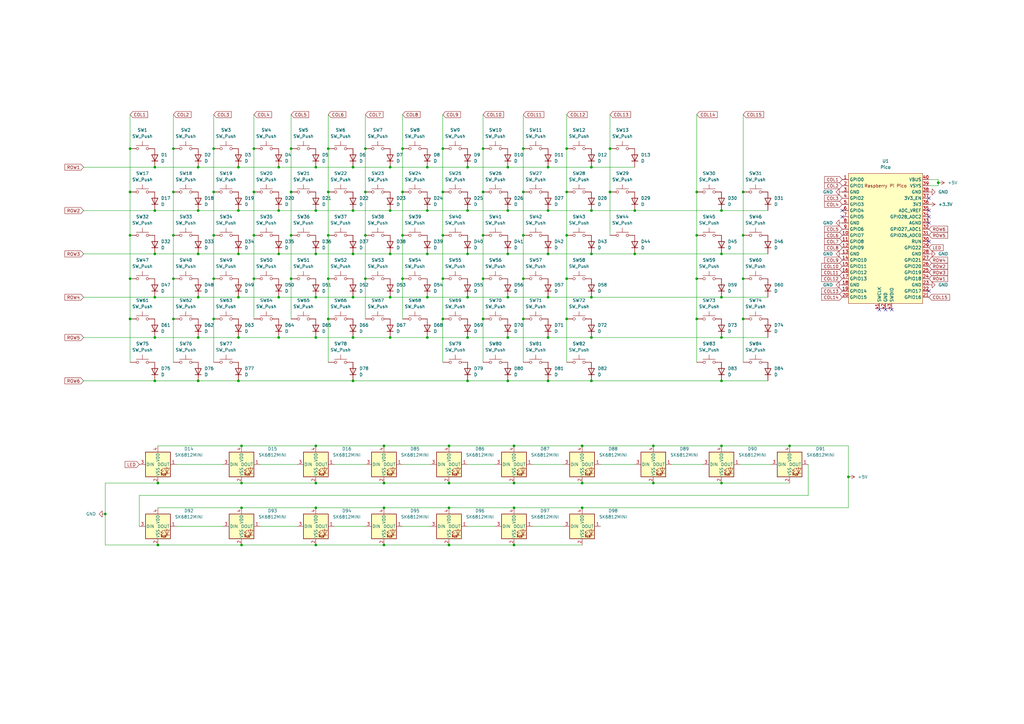
<source format=kicad_sch>
(kicad_sch (version 20250114) (generator "eeschema") (generator_version "9.0")
  (paper "A3")
  (junction (at 242.57 68.58))
  (junction (at 87.63 114.3))
  (junction (at 214.63 78.74))
  (junction (at 267.97 182.88))
  (junction (at 71.12 96.52))
  (junction (at 323.85 182.88))
  (junction (at 250.19 78.74))
  (junction (at 191.77 121.92))
  (junction (at 242.57 104.14))
  (junction (at 129.54 104.14))
  (junction (at 104.14 60.96))
  (junction (at 129.54 208.28))
  (junction (at 119.38 114.3))
  (junction (at 304.8 114.3))
  (junction (at 129.54 68.58))
  (junction (at 191.77 104.14))
  (junction (at 210.82 198.12))
  (junction (at 104.14 78.74))
  (junction (at 160.02 138.43))
  (junction (at 238.76 182.88))
  (junction (at 210.82 182.88))
  (junction (at 181.61 78.74))
  (junction (at 260.35 86.36))
  (junction (at 198.12 114.3))
  (junction (at 81.28 156.21))
  (junction (at 63.5 156.21))
  (junction (at 71.12 60.96))
  (junction (at 175.26 104.14))
  (junction (at 191.77 68.58))
  (junction (at 63.5 68.58))
  (junction (at 149.86 60.96))
  (junction (at 81.28 138.43))
  (junction (at 267.97 198.12))
  (junction (at 295.91 121.92))
  (junction (at 97.79 156.21))
  (junction (at 81.28 68.58))
  (junction (at 224.79 68.58))
  (junction (at 134.62 60.96))
  (junction (at 87.63 130.81))
  (junction (at 134.62 78.74))
  (junction (at 129.54 138.43))
  (junction (at 208.28 121.92))
  (junction (at 208.28 68.58))
  (junction (at 114.3 121.92))
  (junction (at 64.77 198.12))
  (junction (at 114.3 68.58))
  (junction (at 99.06 198.12))
  (junction (at 160.02 68.58))
  (junction (at 97.79 86.36))
  (junction (at 242.57 121.92))
  (junction (at 63.5 104.14))
  (junction (at 165.1 60.96))
  (junction (at 63.5 121.92))
  (junction (at 114.3 138.43))
  (junction (at 242.57 156.21))
  (junction (at 210.82 208.28))
  (junction (at 53.34 130.81))
  (junction (at 175.26 86.36))
  (junction (at 99.06 182.88))
  (junction (at 295.91 138.43))
  (junction (at 295.91 182.88))
  (junction (at 214.63 96.52))
  (junction (at 198.12 60.96))
  (junction (at 224.79 138.43))
  (junction (at 175.26 121.92))
  (junction (at 224.79 86.36))
  (junction (at 160.02 86.36))
  (junction (at 208.28 104.14))
  (junction (at 119.38 78.74))
  (junction (at 97.79 104.14))
  (junction (at 97.79 68.58))
  (junction (at 149.86 78.74))
  (junction (at 181.61 114.3))
  (junction (at 114.3 104.14))
  (junction (at 285.75 114.3))
  (junction (at 157.48 208.28))
  (junction (at 224.79 104.14))
  (junction (at 184.15 223.52))
  (junction (at 347.98 195.58))
  (junction (at 181.61 96.52))
  (junction (at 232.41 78.74))
  (junction (at 165.1 114.3))
  (junction (at 242.57 86.36))
  (junction (at 175.26 68.58))
  (junction (at 129.54 182.88))
  (junction (at 149.86 96.52))
  (junction (at 224.79 156.21))
  (junction (at 71.12 78.74))
  (junction (at 144.78 138.43))
  (junction (at 285.75 130.81))
  (junction (at 157.48 182.88))
  (junction (at 165.1 96.52))
  (junction (at 81.28 121.92))
  (junction (at 63.5 138.43))
  (junction (at 232.41 60.96))
  (junction (at 157.48 198.12))
  (junction (at 208.28 138.43))
  (junction (at 149.86 114.3))
  (junction (at 198.12 78.74))
  (junction (at 53.34 114.3))
  (junction (at 304.8 96.52))
  (junction (at 160.02 121.92))
  (junction (at 232.41 130.81))
  (junction (at 53.34 60.96))
  (junction (at 191.77 86.36))
  (junction (at 198.12 96.52))
  (junction (at 53.34 96.52))
  (junction (at 64.77 223.52))
  (junction (at 144.78 68.58))
  (junction (at 214.63 114.3))
  (junction (at 304.8 130.81))
  (junction (at 191.77 138.43))
  (junction (at 144.78 156.21))
  (junction (at 119.38 60.96))
  (junction (at 295.91 86.36))
  (junction (at 63.5 86.36))
  (junction (at 87.63 60.96))
  (junction (at 295.91 104.14))
  (junction (at 81.28 86.36))
  (junction (at 285.75 78.74))
  (junction (at 129.54 223.52))
  (junction (at 87.63 78.74))
  (junction (at 184.15 208.28))
  (junction (at 87.63 96.52))
  (junction (at 99.06 223.52))
  (junction (at 144.78 86.36))
  (junction (at 97.79 138.43))
  (junction (at 260.35 104.14))
  (junction (at 232.41 114.3))
  (junction (at 43.18 210.82))
  (junction (at 53.34 78.74))
  (junction (at 384.81 74.93))
  (junction (at 242.57 138.43))
  (junction (at 295.91 156.21))
  (junction (at 144.78 121.92))
  (junction (at 198.12 130.81))
  (junction (at 181.61 60.96))
  (junction (at 181.61 130.81))
  (junction (at 285.75 96.52))
  (junction (at 165.1 78.74))
  (junction (at 134.62 96.52))
  (junction (at 210.82 223.52))
  (junction (at 134.62 114.3))
  (junction (at 184.15 198.12))
  (junction (at 71.12 114.3))
  (junction (at 191.77 156.21))
  (junction (at 175.26 138.43))
  (junction (at 104.14 114.3))
  (junction (at 224.79 121.92))
  (junction (at 144.78 104.14))
  (junction (at 214.63 130.81))
  (junction (at 119.38 96.52))
  (junction (at 304.8 78.74))
  (junction (at 208.28 156.21))
  (junction (at 114.3 86.36))
  (junction (at 129.54 198.12))
  (junction (at 129.54 121.92))
  (junction (at 238.76 208.28))
  (junction (at 99.06 208.28))
  (junction (at 134.62 130.81))
  (junction (at 104.14 96.52))
  (junction (at 232.41 96.52))
  (junction (at 295.91 198.12))
  (junction (at 184.15 182.88))
  (junction (at 157.48 223.52))
  (junction (at 81.28 104.14))
  (junction (at 250.19 60.96))
  (junction (at 160.02 104.14))
  (junction (at 208.28 86.36))
  (junction (at 129.54 86.36))
  (junction (at 238.76 198.12))
  (junction (at 71.12 130.81))
  (junction (at 214.63 60.96))
  (junction (at 97.79 121.92))
  (no_connect (at 363.22 127))
  (no_connect (at 365.76 127))
  (no_connect (at 381 86.36))
  (no_connect (at 381 91.44))
  (no_connect (at 381 99.06))
  (no_connect (at 345.44 86.36))
  (no_connect (at 381 119.38))
  (no_connect (at 360.68 127))
  (no_connect (at 345.44 88.9))
  (no_connect (at 381 81.28))
  (no_connect (at 381 88.9))
  (wire (pts (xy 181.61 96.52) (xy 181.61 114.3)))
  (wire (pts (xy 144.78 138.43) (xy 160.02 138.43)))
  (wire (pts (xy 224.79 68.58) (xy 242.57 68.58)))
  (wire (pts (xy 304.8 96.52) (xy 304.8 114.3)))
  (wire (pts (xy 53.34 114.3) (xy 53.34 130.81)))
  (wire (pts (xy 114.3 68.58) (xy 129.54 68.58)))
  (wire (pts (xy 114.3 121.92) (xy 129.54 121.92)))
  (wire (pts (xy 160.02 138.43) (xy 175.26 138.43)))
  (wire (pts (xy 295.91 86.36) (xy 314.96 86.36)))
  (wire (pts (xy 303.53 190.5) (xy 316.23 190.5)))
  (wire (pts (xy 149.86 78.74) (xy 149.86 96.52)))
  (wire (pts (xy 114.3 86.36) (xy 129.54 86.36)))
  (wire (pts (xy 165.1 114.3) (xy 165.1 130.81)))
  (wire (pts (xy 119.38 78.74) (xy 119.38 96.52)))
  (wire (pts (xy 53.34 130.81) (xy 53.34 148.59)))
  (wire (pts (xy 72.39 215.9) (xy 91.44 215.9)))
  (wire (pts (xy 184.15 198.12) (xy 210.82 198.12)))
  (wire (pts (xy 129.54 223.52) (xy 157.48 223.52)))
  (wire (pts (xy 218.44 190.5) (xy 231.14 190.5)))
  (wire (pts (xy 242.57 138.43) (xy 295.91 138.43)))
  (wire (pts (xy 81.28 86.36) (xy 97.79 86.36)))
  (wire (pts (xy 87.63 46.99) (xy 87.63 60.96)))
  (wire (pts (xy 242.57 68.58) (xy 260.35 68.58)))
  (wire (pts (xy 129.54 68.58) (xy 144.78 68.58)))
  (wire (pts (xy 129.54 198.12) (xy 157.48 198.12)))
  (wire (pts (xy 104.14 114.3) (xy 104.14 130.81)))
  (wire (pts (xy 144.78 104.14) (xy 160.02 104.14)))
  (wire (pts (xy 295.91 104.14) (xy 314.96 104.14)))
  (wire (pts (xy 191.77 68.58) (xy 208.28 68.58)))
  (wire (pts (xy 191.77 156.21) (xy 208.28 156.21)))
  (wire (pts (xy 285.75 130.81) (xy 285.75 148.59)))
  (wire (pts (xy 149.86 60.96) (xy 149.86 78.74)))
  (wire (pts (xy 34.29 138.43) (xy 63.5 138.43)))
  (wire (pts (xy 34.29 121.92) (xy 63.5 121.92)))
  (wire (pts (xy 57.15 203.2) (xy 331.47 203.2)))
  (wire (pts (xy 232.41 78.74) (xy 232.41 96.52)))
  (wire (pts (xy 191.77 121.92) (xy 208.28 121.92)))
  (wire (pts (xy 242.57 86.36) (xy 260.35 86.36)))
  (wire (pts (xy 134.62 96.52) (xy 134.62 114.3)))
  (wire (pts (xy 129.54 86.36) (xy 144.78 86.36)))
  (wire (pts (xy 260.35 86.36) (xy 295.91 86.36)))
  (wire (pts (xy 137.16 215.9) (xy 149.86 215.9)))
  (wire (pts (xy 181.61 130.81) (xy 181.61 148.59)))
  (wire (pts (xy 63.5 121.92) (xy 81.28 121.92)))
  (wire (pts (xy 224.79 138.43) (xy 242.57 138.43)))
  (wire (pts (xy 285.75 96.52) (xy 285.75 114.3)))
  (wire (pts (xy 198.12 60.96) (xy 198.12 78.74)))
  (wire (pts (xy 285.75 114.3) (xy 285.75 130.81)))
  (wire (pts (xy 246.38 190.5) (xy 260.35 190.5)))
  (wire (pts (xy 134.62 114.3) (xy 134.62 130.81)))
  (wire (pts (xy 210.82 208.28) (xy 238.76 208.28)))
  (wire (pts (xy 34.29 156.21) (xy 63.5 156.21)))
  (wire (pts (xy 106.68 190.5) (xy 121.92 190.5)))
  (wire (pts (xy 214.63 130.81) (xy 214.63 148.59)))
  (wire (pts (xy 232.41 60.96) (xy 232.41 78.74)))
  (wire (pts (xy 149.86 46.99) (xy 149.86 60.96)))
  (wire (pts (xy 232.41 96.52) (xy 232.41 114.3)))
  (wire (pts (xy 175.26 104.14) (xy 191.77 104.14)))
  (wire (pts (xy 57.15 203.2) (xy 57.15 215.9)))
  (wire (pts (xy 165.1 60.96) (xy 165.1 78.74)))
  (wire (pts (xy 97.79 138.43) (xy 114.3 138.43)))
  (wire (pts (xy 295.91 198.12) (xy 323.85 198.12)))
  (wire (pts (xy 119.38 114.3) (xy 119.38 130.81)))
  (wire (pts (xy 210.82 198.12) (xy 238.76 198.12)))
  (wire (pts (xy 134.62 60.96) (xy 134.62 78.74)))
  (wire (pts (xy 198.12 96.52) (xy 198.12 114.3)))
  (wire (pts (xy 214.63 96.52) (xy 214.63 114.3)))
  (wire (pts (xy 224.79 104.14) (xy 242.57 104.14)))
  (wire (pts (xy 267.97 198.12) (xy 295.91 198.12)))
  (wire (pts (xy 87.63 78.74) (xy 87.63 96.52)))
  (wire (pts (xy 71.12 78.74) (xy 71.12 96.52)))
  (wire (pts (xy 208.28 138.43) (xy 224.79 138.43)))
  (wire (pts (xy 184.15 208.28) (xy 210.82 208.28)))
  (wire (pts (xy 129.54 121.92) (xy 144.78 121.92)))
  (wire (pts (xy 137.16 190.5) (xy 149.86 190.5)))
  (wire (pts (xy 63.5 86.36) (xy 81.28 86.36)))
  (wire (pts (xy 104.14 60.96) (xy 104.14 78.74)))
  (wire (pts (xy 267.97 182.88) (xy 295.91 182.88)))
  (wire (pts (xy 232.41 130.81) (xy 232.41 148.59)))
  (wire (pts (xy 53.34 78.74) (xy 53.34 96.52)))
  (wire (pts (xy 304.8 78.74) (xy 304.8 96.52)))
  (wire (pts (xy 119.38 60.96) (xy 119.38 78.74)))
  (wire (pts (xy 304.8 130.81) (xy 304.8 148.59)))
  (wire (pts (xy 184.15 182.88) (xy 210.82 182.88)))
  (wire (pts (xy 129.54 182.88) (xy 157.48 182.88)))
  (wire (pts (xy 304.8 114.3) (xy 304.8 130.81)))
  (wire (pts (xy 129.54 208.28) (xy 157.48 208.28)))
  (wire (pts (xy 347.98 208.28) (xy 238.76 208.28)))
  (wire (pts (xy 295.91 121.92) (xy 314.96 121.92)))
  (wire (pts (xy 175.26 68.58) (xy 191.77 68.58)))
  (wire (pts (xy 191.77 86.36) (xy 208.28 86.36)))
  (wire (pts (xy 64.77 198.12) (xy 99.06 198.12)))
  (wire (pts (xy 347.98 182.88) (xy 347.98 195.58)))
  (wire (pts (xy 71.12 114.3) (xy 71.12 130.81)))
  (wire (pts (xy 99.06 208.28) (xy 129.54 208.28)))
  (wire (pts (xy 285.75 46.99) (xy 285.75 78.74)))
  (wire (pts (xy 275.59 190.5) (xy 288.29 190.5)))
  (wire (pts (xy 43.18 198.12) (xy 64.77 198.12)))
  (wire (pts (xy 381 73.66) (xy 384.81 73.66)))
  (wire (pts (xy 184.15 223.52) (xy 210.82 223.52)))
  (wire (pts (xy 63.5 68.58) (xy 81.28 68.58)))
  (wire (pts (xy 238.76 198.12) (xy 267.97 198.12)))
  (wire (pts (xy 242.57 156.21) (xy 295.91 156.21)))
  (wire (pts (xy 208.28 156.21) (xy 224.79 156.21)))
  (wire (pts (xy 53.34 96.52) (xy 53.34 114.3)))
  (wire (pts (xy 160.02 121.92) (xy 175.26 121.92)))
  (wire (pts (xy 87.63 96.52) (xy 87.63 114.3)))
  (wire (pts (xy 134.62 78.74) (xy 134.62 96.52)))
  (wire (pts (xy 43.18 223.52) (xy 64.77 223.52)))
  (wire (pts (xy 210.82 223.52) (xy 238.76 223.52)))
  (wire (pts (xy 97.79 156.21) (xy 144.78 156.21)))
  (wire (pts (xy 157.48 198.12) (xy 184.15 198.12)))
  (wire (pts (xy 34.29 104.14) (xy 63.5 104.14)))
  (wire (pts (xy 260.35 104.14) (xy 295.91 104.14)))
  (wire (pts (xy 295.91 138.43) (xy 314.96 138.43)))
  (wire (pts (xy 34.29 68.58) (xy 63.5 68.58)))
  (wire (pts (xy 63.5 104.14) (xy 81.28 104.14)))
  (wire (pts (xy 71.12 96.52) (xy 71.12 114.3)))
  (wire (pts (xy 165.1 46.99) (xy 165.1 60.96)))
  (wire (pts (xy 214.63 114.3) (xy 214.63 130.81)))
  (wire (pts (xy 208.28 68.58) (xy 224.79 68.58)))
  (wire (pts (xy 191.77 215.9) (xy 203.2 215.9)))
  (wire (pts (xy 149.86 96.52) (xy 149.86 114.3)))
  (wire (pts (xy 71.12 130.81) (xy 71.12 148.59)))
  (wire (pts (xy 218.44 215.9) (xy 231.14 215.9)))
  (wire (pts (xy 238.76 182.88) (xy 267.97 182.88)))
  (wire (pts (xy 81.28 138.43) (xy 97.79 138.43)))
  (wire (pts (xy 181.61 114.3) (xy 181.61 130.81)))
  (wire (pts (xy 210.82 182.88) (xy 238.76 182.88)))
  (wire (pts (xy 165.1 78.74) (xy 165.1 96.52)))
  (wire (pts (xy 250.19 78.74) (xy 250.19 96.52)))
  (wire (pts (xy 64.77 223.52) (xy 99.06 223.52)))
  (wire (pts (xy 43.18 198.12) (xy 43.18 210.82)))
  (wire (pts (xy 104.14 96.52) (xy 104.14 114.3)))
  (wire (pts (xy 97.79 104.14) (xy 114.3 104.14)))
  (wire (pts (xy 104.14 78.74) (xy 104.14 96.52)))
  (wire (pts (xy 347.98 195.58) (xy 347.98 208.28)))
  (wire (pts (xy 224.79 86.36) (xy 242.57 86.36)))
  (wire (pts (xy 384.81 76.2) (xy 384.81 74.93)))
  (wire (pts (xy 34.29 86.36) (xy 63.5 86.36)))
  (wire (pts (xy 331.47 190.5) (xy 331.47 203.2)))
  (wire (pts (xy 214.63 46.99) (xy 214.63 60.96)))
  (wire (pts (xy 191.77 138.43) (xy 208.28 138.43)))
  (wire (pts (xy 53.34 60.96) (xy 53.34 78.74)))
  (wire (pts (xy 87.63 114.3) (xy 87.63 130.81)))
  (wire (pts (xy 157.48 208.28) (xy 184.15 208.28)))
  (wire (pts (xy 157.48 223.52) (xy 184.15 223.52)))
  (wire (pts (xy 99.06 223.52) (xy 129.54 223.52)))
  (wire (pts (xy 129.54 104.14) (xy 144.78 104.14)))
  (wire (pts (xy 191.77 104.14) (xy 208.28 104.14)))
  (wire (pts (xy 242.57 104.14) (xy 260.35 104.14)))
  (wire (pts (xy 81.28 156.21) (xy 97.79 156.21)))
  (wire (pts (xy 144.78 121.92) (xy 160.02 121.92)))
  (wire (pts (xy 285.75 78.74) (xy 285.75 96.52)))
  (wire (pts (xy 250.19 46.99) (xy 250.19 60.96)))
  (wire (pts (xy 63.5 138.43) (xy 81.28 138.43)))
  (wire (pts (xy 242.57 121.92) (xy 295.91 121.92)))
  (wire (pts (xy 191.77 190.5) (xy 203.2 190.5)))
  (wire (pts (xy 160.02 104.14) (xy 175.26 104.14)))
  (wire (pts (xy 250.19 60.96) (xy 250.19 78.74)))
  (wire (pts (xy 232.41 46.99) (xy 232.41 60.96)))
  (wire (pts (xy 198.12 46.99) (xy 198.12 60.96)))
  (wire (pts (xy 72.39 190.5) (xy 91.44 190.5)))
  (wire (pts (xy 87.63 60.96) (xy 87.63 78.74)))
  (wire (pts (xy 214.63 78.74) (xy 214.63 96.52)))
  (wire (pts (xy 119.38 96.52) (xy 119.38 114.3)))
  (wire (pts (xy 129.54 138.43) (xy 144.78 138.43)))
  (wire (pts (xy 160.02 86.36) (xy 175.26 86.36)))
  (wire (pts (xy 81.28 121.92) (xy 97.79 121.92)))
  (wire (pts (xy 43.18 210.82) (xy 43.18 223.52)))
  (wire (pts (xy 99.06 198.12) (xy 129.54 198.12)))
  (wire (pts (xy 384.81 73.66) (xy 384.81 74.93)))
  (wire (pts (xy 81.28 68.58) (xy 97.79 68.58)))
  (wire (pts (xy 157.48 182.88) (xy 184.15 182.88)))
  (wire (pts (xy 175.26 138.43) (xy 191.77 138.43)))
  (wire (pts (xy 64.77 208.28) (xy 99.06 208.28)))
  (wire (pts (xy 97.79 121.92) (xy 114.3 121.92)))
  (wire (pts (xy 134.62 130.81) (xy 134.62 148.59)))
  (wire (pts (xy 181.61 46.99) (xy 181.61 60.96)))
  (wire (pts (xy 144.78 68.58) (xy 160.02 68.58)))
  (wire (pts (xy 81.28 104.14) (xy 97.79 104.14)))
  (wire (pts (xy 64.77 182.88) (xy 99.06 182.88)))
  (wire (pts (xy 295.91 156.21) (xy 314.96 156.21)))
  (wire (pts (xy 198.12 130.81) (xy 198.12 148.59)))
  (wire (pts (xy 71.12 46.99) (xy 71.12 60.96)))
  (wire (pts (xy 144.78 86.36) (xy 160.02 86.36)))
  (wire (pts (xy 106.68 215.9) (xy 121.92 215.9)))
  (wire (pts (xy 165.1 215.9) (xy 176.53 215.9)))
  (wire (pts (xy 165.1 96.52) (xy 165.1 114.3)))
  (wire (pts (xy 304.8 46.99) (xy 304.8 78.74)))
  (wire (pts (xy 134.62 46.99) (xy 134.62 60.96)))
  (wire (pts (xy 114.3 138.43) (xy 129.54 138.43)))
  (wire (pts (xy 198.12 78.74) (xy 198.12 96.52)))
  (wire (pts (xy 208.28 104.14) (xy 224.79 104.14)))
  (wire (pts (xy 208.28 121.92) (xy 224.79 121.92)))
  (wire (pts (xy 181.61 78.74) (xy 181.61 96.52)))
  (wire (pts (xy 97.79 86.36) (xy 114.3 86.36)))
  (wire (pts (xy 175.26 121.92) (xy 191.77 121.92)))
  (wire (pts (xy 114.3 104.14) (xy 129.54 104.14)))
  (wire (pts (xy 208.28 86.36) (xy 224.79 86.36)))
  (wire (pts (xy 119.38 46.99) (xy 119.38 60.96)))
  (wire (pts (xy 323.85 182.88) (xy 347.98 182.88)))
  (wire (pts (xy 165.1 190.5) (xy 176.53 190.5)))
  (wire (pts (xy 224.79 156.21) (xy 242.57 156.21)))
  (wire (pts (xy 175.26 86.36) (xy 191.77 86.36)))
  (wire (pts (xy 97.79 68.58) (xy 114.3 68.58)))
  (wire (pts (xy 381 76.2) (xy 384.81 76.2)))
  (wire (pts (xy 232.41 114.3) (xy 232.41 130.81)))
  (wire (pts (xy 198.12 114.3) (xy 198.12 130.81)))
  (wire (pts (xy 160.02 68.58) (xy 175.26 68.58)))
  (wire (pts (xy 104.14 46.99) (xy 104.14 60.96)))
  (wire (pts (xy 53.34 46.99) (xy 53.34 60.96)))
  (wire (pts (xy 214.63 60.96) (xy 214.63 78.74)))
  (wire (pts (xy 99.06 182.88) (xy 129.54 182.88)))
  (wire (pts (xy 149.86 114.3) (xy 149.86 130.81)))
  (wire (pts (xy 295.91 182.88) (xy 323.85 182.88)))
  (wire (pts (xy 87.63 130.81) (xy 87.63 148.59)))
  (wire (pts (xy 224.79 121.92) (xy 242.57 121.92)))
  (wire (pts (xy 63.5 156.21) (xy 81.28 156.21)))
  (wire (pts (xy 71.12 60.96) (xy 71.12 78.74)))
  (wire (pts (xy 144.78 156.21) (xy 191.77 156.21)))
  (wire (pts (xy 181.61 60.96) (xy 181.61 78.74)))
  (global_label "COL2" (shape input) (at 71.12 46.99 0) (property "Intersheetrefs" "${INTERSHEET_REFS}" (effects (hide yes))))
  (global_label "COL14" (shape input) (at 285.75 46.99 0) (property "Intersheetrefs" "${INTERSHEET_REFS}" (effects (hide yes))))
  (global_label "ROW2" (shape input) (at 381 109.22 0) (property "Intersheetrefs" "${INTERSHEET_REFS}" (effects (hide yes))))
  (global_label "COL13" (shape input) (at 250.19 46.99 0) (property "Intersheetrefs" "${INTERSHEET_REFS}" (effects (hide yes))))
  (global_label "LED" (shape input) (at 57.15 190.5 180) (property "Intersheetrefs" "${INTERSHEET_REFS}" (effects (hide yes))))
  (global_label "COL6" (shape input) (at 345.44 96.52 180) (property "Intersheetrefs" "${INTERSHEET_REFS}" (effects (hide yes))))
  (global_label "COL15" (shape input) (at 304.8 46.99 0) (property "Intersheetrefs" "${INTERSHEET_REFS}" (effects (hide yes))))
  (global_label "COL11" (shape input) (at 345.44 111.76 180) (property "Intersheetrefs" "${INTERSHEET_REFS}" (effects (hide yes))))
  (global_label "COL5" (shape input) (at 119.38 46.99 0) (property "Intersheetrefs" "${INTERSHEET_REFS}" (effects (hide yes))))
  (global_label "ROW2" (shape input) (at 34.29 86.36 180) (property "Intersheetrefs" "${INTERSHEET_REFS}" (effects (hide yes))))
  (global_label "ROW4" (shape input) (at 34.29 121.92 180) (property "Intersheetrefs" "${INTERSHEET_REFS}" (effects (hide yes))))
  (global_label "COL8" (shape input) (at 345.44 101.6 180) (property "Intersheetrefs" "${INTERSHEET_REFS}" (effects (hide yes))))
  (global_label "COL1" (shape input) (at 345.44 73.66 180) (property "Intersheetrefs" "${INTERSHEET_REFS}" (effects (hide yes))))
  (global_label "ROW6" (shape input) (at 381 93.98 0) (property "Intersheetrefs" "${INTERSHEET_REFS}" (effects (hide yes))))
  (global_label "COL7" (shape input) (at 149.86 46.99 0) (property "Intersheetrefs" "${INTERSHEET_REFS}" (effects (hide yes))))
  (global_label "ROW4" (shape input) (at 381 106.68 0) (property "Intersheetrefs" "${INTERSHEET_REFS}" (effects (hide yes))))
  (global_label "COL3" (shape input) (at 87.63 46.99 0) (property "Intersheetrefs" "${INTERSHEET_REFS}" (effects (hide yes))))
  (global_label "COL6" (shape input) (at 134.62 46.99 0) (property "Intersheetrefs" "${INTERSHEET_REFS}" (effects (hide yes))))
  (global_label "ROW1" (shape input) (at 381 114.3 0) (property "Intersheetrefs" "${INTERSHEET_REFS}" (effects (hide yes))))
  (global_label "COL2" (shape input) (at 345.44 76.2 180) (property "Intersheetrefs" "${INTERSHEET_REFS}" (effects (hide yes))))
  (global_label "COL13" (shape input) (at 345.44 119.38 180) (property "Intersheetrefs" "${INTERSHEET_REFS}" (effects (hide yes))))
  (global_label "COL3" (shape input) (at 345.44 81.28 180) (property "Intersheetrefs" "${INTERSHEET_REFS}" (effects (hide yes))))
  (global_label "COL7" (shape input) (at 345.44 99.06 180) (property "Intersheetrefs" "${INTERSHEET_REFS}" (effects (hide yes))))
  (global_label "COL10" (shape input) (at 198.12 46.99 0) (property "Intersheetrefs" "${INTERSHEET_REFS}" (effects (hide yes))))
  (global_label "COL9" (shape input) (at 345.44 106.68 180) (property "Intersheetrefs" "${INTERSHEET_REFS}" (effects (hide yes))))
  (global_label "COL4" (shape input) (at 104.14 46.99 0) (property "Intersheetrefs" "${INTERSHEET_REFS}" (effects (hide yes))))
  (global_label "COL1" (shape input) (at 53.34 46.99 0) (property "Intersheetrefs" "${INTERSHEET_REFS}" (effects (hide yes))))
  (global_label "COL5" (shape input) (at 345.44 93.98 180) (property "Intersheetrefs" "${INTERSHEET_REFS}" (effects (hide yes))))
  (global_label "LED" (shape input) (at 381 101.6 0) (property "Intersheetrefs" "${INTERSHEET_REFS}" (effects (hide yes))))
  (global_label "COL8" (shape input) (at 165.1 46.99 0) (property "Intersheetrefs" "${INTERSHEET_REFS}" (effects (hide yes))))
  (global_label "COL14" (shape input) (at 345.44 121.92 180) (property "Intersheetrefs" "${INTERSHEET_REFS}" (effects (hide yes))))
  (global_label "COL11" (shape input) (at 214.63 46.99 0) (property "Intersheetrefs" "${INTERSHEET_REFS}" (effects (hide yes))))
  (global_label "ROW5" (shape input) (at 34.29 138.43 180) (property "Intersheetrefs" "${INTERSHEET_REFS}" (effects (hide yes))))
  (global_label "COL15" (shape input) (at 381 121.92 0) (property "Intersheetrefs" "${INTERSHEET_REFS}" (effects (hide yes))))
  (global_label "COL10" (shape input) (at 345.44 109.22 180) (property "Intersheetrefs" "${INTERSHEET_REFS}" (effects (hide yes))))
  (global_label "COL12" (shape input) (at 345.44 114.3 180) (property "Intersheetrefs" "${INTERSHEET_REFS}" (effects (hide yes))))
  (global_label "COL9" (shape input) (at 181.61 46.99 0) (property "Intersheetrefs" "${INTERSHEET_REFS}" (effects (hide yes))))
  (global_label "ROW6" (shape input) (at 34.29 156.21 180) (property "Intersheetrefs" "${INTERSHEET_REFS}" (effects (hide yes))))
  (global_label "ROW3" (shape input) (at 34.29 104.14 180) (property "Intersheetrefs" "${INTERSHEET_REFS}" (effects (hide yes))))
  (global_label "ROW1" (shape input) (at 34.29 68.58 180) (property "Intersheetrefs" "${INTERSHEET_REFS}" (effects (hide yes))))
  (global_label "COL12" (shape input) (at 232.41 46.99 0) (property "Intersheetrefs" "${INTERSHEET_REFS}" (effects (hide yes))))
  (global_label "COL4" (shape input) (at 345.44 83.82 180) (property "Intersheetrefs" "${INTERSHEET_REFS}" (effects (hide yes))))
  (global_label "ROW5" (shape input) (at 381 96.52 0) (property "Intersheetrefs" "${INTERSHEET_REFS}" (effects (hide yes))))
  (global_label "ROW3" (shape input) (at 381 111.76 0) (property "Intersheetrefs" "${INTERSHEET_REFS}" (effects (hide yes))))
  (symbol (lib_id "Device:D") (at 224.79 134.62 90) (unit 1)
    (property "Reference" "D71" (at 227.33 133.3499 90) (effects (justify right)))
    (property "Value" "D" (at 227.33 135.8899 90) (effects (justify right)))
    (property "Footprint" "Diode_THT:D_DO-35_SOD27_P7.62mm_Horizontal" (effects (hide yes)))
    (property "Description" "Diode" (effects (hide yes)))
    (property "Sim.Device" "D" (effects (hide yes)))
    (property "Sim.Pins" "1=K 2=A" (effects (hide yes)))
  )
  (symbol (lib_id "Switch:SW_Push") (at 237.49 148.59 0) (unit 1)
    (property "Reference" "SW82" (at 237.49 140.97 0))
    (property "Value" "SW_Push" (at 237.49 143.51 0))
    (property "Footprint" "PCM_Switch_Keyboard_Cherry_MX:SW_Cherry_MX_PCB_1.00u" (effects (hide yes)))
    (property "Description" "Push button switch, generic, two pins" (effects (hide yes)))
  )
  (symbol (lib_id "LED:SK6812MINI") (at 129.54 190.5 0) (unit 1)
    (property "Reference" "D16" (at 142.24 184.0798 0))
    (property "Value" "SK6812MINI" (at 142.24 186.6198 0))
    (property "Footprint" "LED_SMD:LED_SK6812MINI_PLCC4_3.5x3.5mm_P1.75mm" (effects (hide yes)))
    (property "Datasheet" "https://cdn-shop.adafruit.com/product-files/2686/SK6812MINI_REV.01-1-2.pdf" (effects (hide yes)))
    (property "Description" "RGB LED with integrated controller" (effects (hide yes)))
  )
  (symbol (lib_id "Switch:SW_Push") (at 290.83 114.3 0) (unit 1)
    (property "Reference" "SW59" (at 290.83 106.68 0))
    (property "Value" "SW_Push" (at 290.83 109.22 0))
    (property "Footprint" "PCM_Switch_Keyboard_Cherry_MX:SW_Cherry_MX_PCB_2.25u" (effects (hide yes)))
    (property "Description" "Push button switch, generic, two pins" (effects (hide yes)))
  )
  (symbol (lib_id "Device:D") (at 208.28 82.55 90) (unit 1)
    (property "Reference" "D26" (at 210.82 81.2799 90) (effects (justify right)))
    (property "Value" "D" (at 210.82 83.8199 90) (effects (justify right)))
    (property "Footprint" "Diode_THT:D_DO-35_SOD27_P7.62mm_Horizontal" (effects (hide yes)))
    (property "Description" "Diode" (effects (hide yes)))
    (property "Sim.Device" "D" (effects (hide yes)))
    (property "Sim.Pins" "1=K 2=A" (effects (hide yes)))
  )
  (symbol (lib_id "Switch:SW_Push") (at 186.69 96.52 0) (unit 1)
    (property "Reference" "SW40" (at 186.69 88.9 0))
    (property "Value" "SW_Push" (at 186.69 91.44 0))
    (property "Footprint" "PCM_Switch_Keyboard_Cherry_MX:SW_Cherry_MX_PCB_1.00u" (effects (hide yes)))
    (property "Description" "Push button switch, generic, two pins" (effects (hide yes)))
  )
  (symbol (lib_id "LED:SK6812MINI") (at 184.15 190.5 0) (unit 1)
    (property "Reference" "D86" (at 196.85 184.0798 0))
    (property "Value" "SK6812MINI" (at 196.85 186.6198 0))
    (property "Footprint" "LED_SMD:LED_SK6812MINI_PLCC4_3.5x3.5mm_P1.75mm" (effects (hide yes)))
    (property "Datasheet" "https://cdn-shop.adafruit.com/product-files/2686/SK6812MINI_REV.01-1-2.pdf" (effects (hide yes)))
    (property "Description" "RGB LED with integrated controller" (effects (hide yes)))
  )
  (symbol (lib_id "Device:D") (at 97.79 64.77 90) (unit 1)
    (property "Reference" "D3" (at 100.33 63.4999 90) (effects (justify right)))
    (property "Value" "D" (at 100.33 66.0399 90) (effects (justify right)))
    (property "Footprint" "Diode_THT:D_DO-35_SOD27_P7.62mm_Horizontal" (effects (hide yes)))
    (property "Description" "Diode" (effects (hide yes)))
    (property "Sim.Device" "D" (effects (hide yes)))
    (property "Sim.Pins" "1=K 2=A" (effects (hide yes)))
  )
  (symbol (lib_id "Device:D") (at 114.3 64.77 90) (unit 1)
    (property "Reference" "D4" (at 116.84 63.4999 90) (effects (justify right)))
    (property "Value" "D" (at 116.84 66.0399 90) (effects (justify right)))
    (property "Footprint" "Diode_THT:D_DO-35_SOD27_P7.62mm_Horizontal" (effects (hide yes)))
    (property "Description" "Diode" (effects (hide yes)))
    (property "Sim.Device" "D" (effects (hide yes)))
    (property "Sim.Pins" "1=K 2=A" (effects (hide yes)))
  )
  (symbol (lib_id "Device:D") (at 260.35 100.33 90) (unit 1)
    (property "Reference" "D44" (at 262.89 99.0599 90) (effects (justify right)))
    (property "Value" "D" (at 262.89 101.5999 90) (effects (justify right)))
    (property "Footprint" "Diode_THT:D_DO-35_SOD27_P7.62mm_Horizontal" (effects (hide yes)))
    (property "Description" "Diode" (effects (hide yes)))
    (property "Sim.Device" "D" (effects (hide yes)))
    (property "Sim.Pins" "1=K 2=A" (effects (hide yes)))
  )
  (symbol (lib_id "power:+5V") (at 384.81 74.93 270) (unit 1)
    (property "Reference" "#PWR08" (effects (hide yes)))
    (property "Value" "+5V" (at 388.62 74.9299 90) (effects (justify left)))
    (property "Description" "Power symbol creates a global label with name \"+5V\"" (effects (hide yes)))
  )
  (symbol (lib_id "Device:D") (at 144.78 134.62 90) (unit 1)
    (property "Reference" "D66" (at 147.32 133.3499 90) (effects (justify right)))
    (property "Value" "D" (at 147.32 135.8899 90) (effects (justify right)))
    (property "Footprint" "Diode_THT:D_DO-35_SOD27_P7.62mm_Horizontal" (effects (hide yes)))
    (property "Description" "Diode" (effects (hide yes)))
    (property "Sim.Device" "D" (effects (hide yes)))
    (property "Sim.Pins" "1=K 2=A" (effects (hide yes)))
  )
  (symbol (lib_id "Switch:SW_Push") (at 309.88 96.52 0) (unit 1)
    (property "Reference" "SW46" (at 309.88 88.9 0))
    (property "Value" "SW_Push" (at 309.88 91.44 0))
    (property "Footprint" "PCM_Switch_Keyboard_Cherry_MX:SW_Cherry_MX_PCB_1.00u" (effects (hide yes)))
    (property "Description" "Push button switch, generic, two pins" (effects (hide yes)))
  )
  (symbol (lib_id "LED:SK6812MINI") (at 267.97 190.5 0) (unit 1)
    (property "Reference" "D89" (at 280.67 184.0798 0))
    (property "Value" "SK6812MINI" (at 280.67 186.6198 0))
    (property "Footprint" "LED_SMD:LED_SK6812MINI_PLCC4_3.5x3.5mm_P1.75mm" (effects (hide yes)))
    (property "Datasheet" "https://cdn-shop.adafruit.com/product-files/2686/SK6812MINI_REV.01-1-2.pdf" (effects (hide yes)))
    (property "Description" "RGB LED with integrated controller" (effects (hide yes)))
  )
  (symbol (lib_id "power:GND") (at 345.44 91.44 270) (unit 1)
    (property "Reference" "#PWR02" (effects (hide yes)))
    (property "Value" "GND" (at 341.63 91.4399 90) (effects (justify right)))
    (property "Description" "Power symbol creates a global label with name \"GND\" , ground" (effects (hide yes)))
  )
  (symbol (lib_id "Switch:SW_Push") (at 124.46 114.3 0) (unit 1)
    (property "Reference" "SW51" (at 124.46 106.68 0))
    (property "Value" "SW_Push" (at 124.46 109.22 0))
    (property "Footprint" "PCM_Switch_Keyboard_Cherry_MX:SW_Cherry_MX_PCB_1.00u" (effects (hide yes)))
    (property "Description" "Push button switch, generic, two pins" (effects (hide yes)))
  )
  (symbol (lib_id "Device:D") (at 97.79 82.55 90) (unit 1)
    (property "Reference" "D19" (at 100.33 81.2799 90) (effects (justify right)))
    (property "Value" "D" (at 100.33 83.8199 90) (effects (justify right)))
    (property "Footprint" "Diode_THT:D_DO-35_SOD27_P7.62mm_Horizontal" (effects (hide yes)))
    (property "Description" "Diode" (effects (hide yes)))
    (property "Sim.Device" "D" (effects (hide yes)))
    (property "Sim.Pins" "1=K 2=A" (effects (hide yes)))
  )
  (symbol (lib_id "Switch:SW_Push") (at 154.94 78.74 0) (unit 1)
    (property "Reference" "SW23" (at 154.94 71.12 0))
    (property "Value" "SW_Push" (at 154.94 73.66 0))
    (property "Footprint" "PCM_Switch_Keyboard_Cherry_MX:SW_Cherry_MX_PCB_1.00u" (effects (hide yes)))
    (property "Description" "Push button switch, generic, two pins" (effects (hide yes)))
  )
  (symbol (lib_id "Switch:SW_Push") (at 255.27 60.96 0) (unit 1)
    (property "Reference" "SW13" (at 255.27 53.34 0))
    (property "Value" "SW_Push" (at 255.27 55.88 0))
    (property "Footprint" "PCM_Switch_Keyboard_Cherry_MX:SW_Cherry_MX_PCB_1.00u" (effects (hide yes)))
    (property "Description" "Push button switch, generic, two pins" (effects (hide yes)))
  )
  (symbol (lib_id "power:GND") (at 381 104.14 90) (unit 1)
    (property "Reference" "#PWR06" (effects (hide yes)))
    (property "Value" "GND" (at 384.81 104.1399 90) (effects (justify right)))
    (property "Description" "Power symbol creates a global label with name \"GND\" , ground" (effects (hide yes)))
  )
  (symbol (lib_id "Device:D") (at 260.35 82.55 90) (unit 1)
    (property "Reference" "D29" (at 262.89 81.2799 90) (effects (justify right)))
    (property "Value" "D" (at 262.89 83.8199 90) (effects (justify right)))
    (property "Footprint" "Diode_THT:D_DO-35_SOD27_P7.62mm_Horizontal" (effects (hide yes)))
    (property "Description" "Diode" (effects (hide yes)))
    (property "Sim.Device" "D" (effects (hide yes)))
    (property "Sim.Pins" "1=K 2=A" (effects (hide yes)))
  )
  (symbol (lib_id "Switch:SW_Push") (at 139.7 78.74 0) (unit 1)
    (property "Reference" "SW22" (at 139.7 71.12 0))
    (property "Value" "SW_Push" (at 139.7 73.66 0))
    (property "Footprint" "PCM_Switch_Keyboard_Cherry_MX:SW_Cherry_MX_PCB_1.00u" (effects (hide yes)))
    (property "Description" "Push button switch, generic, two pins" (effects (hide yes)))
  )
  (symbol (lib_id "Device:D") (at 160.02 82.55 90) (unit 1)
    (property "Reference" "D23" (at 162.56 81.2799 90) (effects (justify right)))
    (property "Value" "D" (at 162.56 83.8199 90) (effects (justify right)))
    (property "Footprint" "Diode_THT:D_DO-35_SOD27_P7.62mm_Horizontal" (effects (hide yes)))
    (property "Description" "Diode" (effects (hide yes)))
    (property "Sim.Device" "D" (effects (hide yes)))
    (property "Sim.Pins" "1=K 2=A" (effects (hide yes)))
  )
  (symbol (lib_id "LED:SK6812MINI") (at 295.91 190.5 0) (unit 1)
    (property "Reference" "D90" (at 308.61 184.0798 0))
    (property "Value" "SK6812MINI" (at 308.61 186.6198 0))
    (property "Footprint" "LED_SMD:LED_SK6812MINI_PLCC4_3.5x3.5mm_P1.75mm" (effects (hide yes)))
    (property "Datasheet" "https://cdn-shop.adafruit.com/product-files/2686/SK6812MINI_REV.01-1-2.pdf" (effects (hide yes)))
    (property "Description" "RGB LED with integrated controller" (effects (hide yes)))
  )
  (symbol (lib_id "Device:D") (at 63.5 134.62 90) (unit 1)
    (property "Reference" "D61" (at 66.04 133.3499 90) (effects (justify right)))
    (property "Value" "D" (at 66.04 135.8899 90) (effects (justify right)))
    (property "Footprint" "Diode_THT:D_DO-35_SOD27_P7.62mm_Horizontal" (effects (hide yes)))
    (property "Description" "Diode" (effects (hide yes)))
    (property "Sim.Device" "D" (effects (hide yes)))
    (property "Sim.Pins" "1=K 2=A" (effects (hide yes)))
  )
  (symbol (lib_id "Device:D") (at 114.3 100.33 90) (unit 1)
    (property "Reference" "D35" (at 116.84 99.0599 90) (effects (justify right)))
    (property "Value" "D" (at 116.84 101.5999 90) (effects (justify right)))
    (property "Footprint" "Diode_THT:D_DO-35_SOD27_P7.62mm_Horizontal" (effects (hide yes)))
    (property "Description" "Diode" (effects (hide yes)))
    (property "Sim.Device" "D" (effects (hide yes)))
    (property "Sim.Pins" "1=K 2=A" (effects (hide yes)))
  )
  (symbol (lib_id "Device:D") (at 224.79 118.11 90) (unit 1)
    (property "Reference" "D57" (at 227.33 116.8399 90) (effects (justify right)))
    (property "Value" "D" (at 227.33 119.3799 90) (effects (justify right)))
    (property "Footprint" "Diode_THT:D_DO-35_SOD27_P7.62mm_Horizontal" (effects (hide yes)))
    (property "Description" "Diode" (effects (hide yes)))
    (property "Sim.Device" "D" (effects (hide yes)))
    (property "Sim.Pins" "1=K 2=A" (effects (hide yes)))
  )
  (symbol (lib_id "Switch:SW_Push") (at 219.71 96.52 0) (unit 1)
    (property "Reference" "SW42" (at 219.71 88.9 0))
    (property "Value" "SW_Push" (at 219.71 91.44 0))
    (property "Footprint" "PCM_Switch_Keyboard_Cherry_MX:SW_Cherry_MX_PCB_1.00u" (effects (hide yes)))
    (property "Description" "Push button switch, generic, two pins" (effects (hide yes)))
  )
  (symbol (lib_id "power:GND") (at 345.44 78.74 270) (unit 1)
    (property "Reference" "#PWR01" (effects (hide yes)))
    (property "Value" "GND" (at 341.63 78.7399 90) (effects (justify right)))
    (property "Description" "Power symbol creates a global label with name \"GND\" , ground" (effects (hide yes)))
  )
  (symbol (lib_id "Device:D") (at 114.3 118.11 90) (unit 1)
    (property "Reference" "D50" (at 116.84 116.8399 90) (effects (justify right)))
    (property "Value" "D" (at 116.84 119.3799 90) (effects (justify right)))
    (property "Footprint" "Diode_THT:D_DO-35_SOD27_P7.62mm_Horizontal" (effects (hide yes)))
    (property "Description" "Diode" (effects (hide yes)))
    (property "Sim.Device" "D" (effects (hide yes)))
    (property "Sim.Pins" "1=K 2=A" (effects (hide yes)))
  )
  (symbol (lib_id "Device:D") (at 81.28 152.4 90) (unit 1)
    (property "Reference" "D76" (at 83.82 151.1299 90) (effects (justify right)))
    (property "Value" "D" (at 83.82 153.6699 90) (effects (justify right)))
    (property "Footprint" "Diode_THT:D_DO-35_SOD27_P7.62mm_Horizontal" (effects (hide yes)))
    (property "Description" "Diode" (effects (hide yes)))
    (property "Sim.Device" "D" (effects (hide yes)))
    (property "Sim.Pins" "1=K 2=A" (effects (hide yes)))
  )
  (symbol (lib_id "Pico:Pico") (at 363.22 97.79 0) (unit 1)
    (property "Reference" "U1" (at 363.22 66.04 0))
    (property "Value" "Pico" (at 363.22 68.58 0))
    (property "Footprint" "Pico:RPi_Pico_SMD_TH" (effects (hide yes)))
  )
  (symbol (lib_id "Device:D") (at 160.02 64.77 90) (unit 1)
    (property "Reference" "D7" (at 162.56 63.4999 90) (effects (justify right)))
    (property "Value" "D" (at 162.56 66.0399 90) (effects (justify right)))
    (property "Footprint" "Diode_THT:D_DO-35_SOD27_P7.62mm_Horizontal" (effects (hide yes)))
    (property "Description" "Diode" (effects (hide yes)))
    (property "Sim.Device" "D" (effects (hide yes)))
    (property "Sim.Pins" "1=K 2=A" (effects (hide yes)))
  )
  (symbol (lib_id "Device:D") (at 191.77 82.55 90) (unit 1)
    (property "Reference" "D25" (at 194.31 81.2799 90) (effects (justify right)))
    (property "Value" "D" (at 194.31 83.8199 90) (effects (justify right)))
    (property "Footprint" "Diode_THT:D_DO-35_SOD27_P7.62mm_Horizontal" (effects (hide yes)))
    (property "Description" "Diode" (effects (hide yes)))
    (property "Sim.Device" "D" (effects (hide yes)))
    (property "Sim.Pins" "1=K 2=A" (effects (hide yes)))
  )
  (symbol (lib_id "Switch:SW_Push") (at 109.22 78.74 0) (unit 1)
    (property "Reference" "SW20" (at 109.22 71.12 0))
    (property "Value" "SW_Push" (at 109.22 73.66 0))
    (property "Footprint" "PCM_Switch_Keyboard_Cherry_MX:SW_Cherry_MX_PCB_1.00u" (effects (hide yes)))
    (property "Description" "Push button switch, generic, two pins" (effects (hide yes)))
  )
  (symbol (lib_id "Device:D") (at 175.26 64.77 90) (unit 1)
    (property "Reference" "D8" (at 177.8 63.4999 90) (effects (justify right)))
    (property "Value" "D" (at 177.8 66.0399 90) (effects (justify right)))
    (property "Footprint" "Diode_THT:D_DO-35_SOD27_P7.62mm_Horizontal" (effects (hide yes)))
    (property "Description" "Diode" (effects (hide yes)))
    (property "Sim.Device" "D" (effects (hide yes)))
    (property "Sim.Pins" "1=K 2=A" (effects (hide yes)))
  )
  (symbol (lib_id "Switch:SW_Push") (at 219.71 148.59 0) (unit 1)
    (property "Reference" "SW81" (at 219.71 140.97 0))
    (property "Value" "SW_Push" (at 219.71 143.51 0))
    (property "Footprint" "PCM_Switch_Keyboard_Cherry_MX:SW_Cherry_MX_PCB_1.00u" (effects (hide yes)))
    (property "Description" "Push button switch, generic, two pins" (effects (hide yes)))
  )
  (symbol (lib_id "Switch:SW_Push") (at 92.71 114.3 0) (unit 1)
    (property "Reference" "SW49" (at 92.71 106.68 0))
    (property "Value" "SW_Push" (at 92.71 109.22 0))
    (property "Footprint" "PCM_Switch_Keyboard_Cherry_MX:SW_Cherry_MX_PCB_1.00u" (effects (hide yes)))
    (property "Description" "Push button switch, generic, two pins" (effects (hide yes)))
  )
  (symbol (lib_id "Switch:SW_Push") (at 309.88 130.81 0) (unit 1)
    (property "Reference" "SW74" (at 309.88 123.19 0))
    (property "Value" "SW_Push" (at 309.88 125.73 0))
    (property "Footprint" "PCM_Switch_Keyboard_Cherry_MX:SW_Cherry_MX_PCB_1.00u" (effects (hide yes)))
    (property "Description" "Push button switch, generic, two pins" (effects (hide yes)))
  )
  (symbol (lib_id "Device:D") (at 144.78 82.55 90) (unit 1)
    (property "Reference" "D22" (at 147.32 81.2799 90) (effects (justify right)))
    (property "Value" "D" (at 147.32 83.8199 90) (effects (justify right)))
    (property "Footprint" "Diode_THT:D_DO-35_SOD27_P7.62mm_Horizontal" (effects (hide yes)))
    (property "Description" "Diode" (effects (hide yes)))
    (property "Sim.Device" "D" (effects (hide yes)))
    (property "Sim.Pins" "1=K 2=A" (effects (hide yes)))
  )
  (symbol (lib_id "Switch:SW_Push") (at 154.94 60.96 0) (unit 1)
    (property "Reference" "SW7" (at 154.94 53.34 0))
    (property "Value" "SW_Push" (at 154.94 55.88 0))
    (property "Footprint" "PCM_Switch_Keyboard_Cherry_MX:SW_Cherry_MX_PCB_1.00u" (effects (hide yes)))
    (property "Description" "Push button switch, generic, two pins" (effects (hide yes)))
  )
  (symbol (lib_id "Device:D") (at 81.28 118.11 90) (unit 1)
    (property "Reference" "D48" (at 83.82 116.8399 90) (effects (justify right)))
    (property "Value" "D" (at 83.82 119.3799 90) (effects (justify right)))
    (property "Footprint" "Diode_THT:D_DO-35_SOD27_P7.62mm_Horizontal" (effects (hide yes)))
    (property "Description" "Diode" (effects (hide yes)))
    (property "Sim.Device" "D" (effects (hide yes)))
    (property "Sim.Pins" "1=K 2=A" (effects (hide yes)))
  )
  (symbol (lib_id "Device:D") (at 191.77 134.62 90) (unit 1)
    (property "Reference" "D69" (at 194.31 133.3499 90) (effects (justify right)))
    (property "Value" "D" (at 194.31 135.8899 90) (effects (justify right)))
    (property "Footprint" "Diode_THT:D_DO-35_SOD27_P7.62mm_Horizontal" (effects (hide yes)))
    (property "Description" "Diode" (effects (hide yes)))
    (property "Sim.Device" "D" (effects (hide yes)))
    (property "Sim.Pins" "1=K 2=A" (effects (hide yes)))
  )
  (symbol (lib_id "Switch:SW_Push") (at 124.46 130.81 0) (unit 1)
    (property "Reference" "SW65" (at 124.46 123.19 0))
    (property "Value" "SW_Push" (at 124.46 125.73 0))
    (property "Footprint" "PCM_Switch_Keyboard_Cherry_MX:SW_Cherry_MX_PCB_1.00u" (effects (hide yes)))
    (property "Description" "Push button switch, generic, two pins" (effects (hide yes)))
  )
  (symbol (lib_id "Switch:SW_Push") (at 170.18 78.74 0) (unit 1)
    (property "Reference" "SW24" (at 170.18 71.12 0))
    (property "Value" "SW_Push" (at 170.18 73.66 0))
    (property "Footprint" "PCM_Switch_Keyboard_Cherry_MX:SW_Cherry_MX_PCB_1.00u" (effects (hide yes)))
    (property "Description" "Push button switch, generic, two pins" (effects (hide yes)))
  )
  (symbol (lib_id "Device:D") (at 242.57 118.11 90) (unit 1)
    (property "Reference" "D58" (at 245.11 116.8399 90) (effects (justify right)))
    (property "Value" "D" (at 245.11 119.3799 90) (effects (justify right)))
    (property "Footprint" "Diode_THT:D_DO-35_SOD27_P7.62mm_Horizontal" (effects (hide yes)))
    (property "Description" "Diode" (effects (hide yes)))
    (property "Sim.Device" "D" (effects (hide yes)))
    (property "Sim.Pins" "1=K 2=A" (effects (hide yes)))
  )
  (symbol (lib_id "Device:D") (at 295.91 152.4 90) (unit 1)
    (property "Reference" "D83" (at 298.45 151.1299 90) (effects (justify right)))
    (property "Value" "D" (at 298.45 153.6699 90) (effects (justify right)))
    (property "Footprint" "Diode_THT:D_DO-35_SOD27_P7.62mm_Horizontal" (effects (hide yes)))
    (property "Description" "Diode" (effects (hide yes)))
    (property "Sim.Device" "D" (effects (hide yes)))
    (property "Sim.Pins" "1=K 2=A" (effects (hide yes)))
  )
  (symbol (lib_id "Switch:SW_Push") (at 186.69 130.81 0) (unit 1)
    (property "Reference" "SW69" (at 186.69 123.19 0))
    (property "Value" "SW_Push" (at 186.69 125.73 0))
    (property "Footprint" "PCM_Switch_Keyboard_Cherry_MX:SW_Cherry_MX_PCB_1.00u" (effects (hide yes)))
    (property "Description" "Push button switch, generic, two pins" (effects (hide yes)))
  )
  (symbol (lib_id "Switch:SW_Push") (at 170.18 60.96 0) (unit 1)
    (property "Reference" "SW8" (at 170.18 53.34 0))
    (property "Value" "SW_Push" (at 170.18 55.88 0))
    (property "Footprint" "PCM_Switch_Keyboard_Cherry_MX:SW_Cherry_MX_PCB_1.00u" (effects (hide yes)))
    (property "Description" "Push button switch, generic, two pins" (effects (hide yes)))
  )
  (symbol (lib_id "Device:D") (at 242.57 152.4 90) (unit 1)
    (property "Reference" "D82" (at 245.11 151.1299 90) (effects (justify right)))
    (property "Value" "D" (at 245.11 153.6699 90) (effects (justify right)))
    (property "Footprint" "Diode_THT:D_DO-35_SOD27_P7.62mm_Horizontal" (effects (hide yes)))
    (property "Description" "Diode" (effects (hide yes)))
    (property "Sim.Device" "D" (effects (hide yes)))
    (property "Sim.Pins" "1=K 2=A" (effects (hide yes)))
  )
  (symbol (lib_id "Switch:SW_Push") (at 92.71 78.74 0) (unit 1)
    (property "Reference" "SW19" (at 92.71 71.12 0))
    (property "Value" "SW_Push" (at 92.71 73.66 0))
    (property "Footprint" "PCM_Switch_Keyboard_Cherry_MX:SW_Cherry_MX_PCB_1.00u" (effects (hide yes)))
    (property "Description" "Push button switch, generic, two pins" (effects (hide yes)))
  )
  (symbol (lib_id "Switch:SW_Push") (at 186.69 78.74 0) (unit 1)
    (property "Reference" "SW25" (at 186.69 71.12 0))
    (property "Value" "SW_Push" (at 186.69 73.66 0))
    (property "Footprint" "PCM_Switch_Keyboard_Cherry_MX:SW_Cherry_MX_PCB_1.00u" (effects (hide yes)))
    (property "Description" "Push button switch, generic, two pins" (effects (hide yes)))
  )
  (symbol (lib_id "power:+5V") (at 347.98 195.58 270) (unit 1)
    (property "Reference" "#PWR010" (effects (hide yes)))
    (property "Value" "+5V" (at 351.79 195.5799 90) (effects (justify left)))
    (property "Description" "Power symbol creates a global label with name \"+5V\"" (effects (hide yes)))
  )
  (symbol (lib_id "Switch:SW_Push") (at 124.46 78.74 0) (unit 1)
    (property "Reference" "SW21" (at 124.46 71.12 0))
    (property "Value" "SW_Push" (at 124.46 73.66 0))
    (property "Footprint" "PCM_Switch_Keyboard_Cherry_MX:SW_Cherry_MX_PCB_1.00u" (effects (hide yes)))
    (property "Description" "Push button switch, generic, two pins" (effects (hide yes)))
  )
  (symbol (lib_id "Device:D") (at 314.96 82.55 90) (unit 1)
    (property "Reference" "D31" (at 317.5 81.2799 90) (effects (justify right)))
    (property "Value" "D" (at 317.5 83.8199 90) (effects (justify right)))
    (property "Footprint" "Diode_THT:D_DO-35_SOD27_P7.62mm_Horizontal" (effects (hide yes)))
    (property "Description" "Diode" (effects (hide yes)))
    (property "Sim.Device" "D" (effects (hide yes)))
    (property "Sim.Pins" "1=K 2=A" (effects (hide yes)))
  )
  (symbol (lib_id "Switch:SW_Push") (at 219.71 114.3 0) (unit 1)
    (property "Reference" "SW57" (at 219.71 106.68 0))
    (property "Value" "SW_Push" (at 219.71 109.22 0))
    (property "Footprint" "PCM_Switch_Keyboard_Cherry_MX:SW_Cherry_MX_PCB_1.00u" (effects (hide yes)))
    (property "Description" "Push button switch, generic, two pins" (effects (hide yes)))
  )
  (symbol (lib_id "Switch:SW_Push") (at 109.22 130.81 0) (unit 1)
    (property "Reference" "SW64" (at 109.22 123.19 0))
    (property "Value" "SW_Push" (at 109.22 125.73 0))
    (property "Footprint" "PCM_Switch_Keyboard_Cherry_MX:SW_Cherry_MX_PCB_1.00u" (effects (hide yes)))
    (property "Description" "Push button switch, generic, two pins" (effects (hide yes)))
  )
  (symbol (lib_id "Switch:SW_Push") (at 186.69 114.3 0) (unit 1)
    (property "Reference" "SW55" (at 186.69 106.68 0))
    (property "Value" "SW_Push" (at 186.69 109.22 0))
    (property "Footprint" "PCM_Switch_Keyboard_Cherry_MX:SW_Cherry_MX_PCB_1.00u" (effects (hide yes)))
    (property "Description" "Push button switch, generic, two pins" (effects (hide yes)))
  )
  (symbol (lib_id "Device:D") (at 81.28 64.77 90) (unit 1)
    (property "Reference" "D2" (at 83.82 63.4999 90) (effects (justify right)))
    (property "Value" "D" (at 83.82 66.0399 90) (effects (justify right)))
    (property "Footprint" "Diode_THT:D_DO-35_SOD27_P7.62mm_Horizontal" (effects (hide yes)))
    (property "Description" "Diode" (effects (hide yes)))
    (property "Sim.Device" "D" (effects (hide yes)))
    (property "Sim.Pins" "1=K 2=A" (effects (hide yes)))
  )
  (symbol (lib_id "Device:D") (at 242.57 134.62 90) (unit 1)
    (property "Reference" "D72" (at 245.11 133.3499 90) (effects (justify right)))
    (property "Value" "D" (at 245.11 135.8899 90) (effects (justify right)))
    (property "Footprint" "Diode_THT:D_DO-35_SOD27_P7.62mm_Horizontal" (effects (hide yes)))
    (property "Description" "Diode" (effects (hide yes)))
    (property "Sim.Device" "D" (effects (hide yes)))
    (property "Sim.Pins" "1=K 2=A" (effects (hide yes)))
  )
  (symbol (lib_id "Switch:SW_Push") (at 109.22 96.52 0) (unit 1)
    (property "Reference" "SW35" (at 109.22 88.9 0))
    (property "Value" "SW_Push" (at 109.22 91.44 0))
    (property "Footprint" "PCM_Switch_Keyboard_Cherry_MX:SW_Cherry_MX_PCB_1.00u" (effects (hide yes)))
    (property "Description" "Push button switch, generic, two pins" (effects (hide yes)))
  )
  (symbol (lib_id "Switch:SW_Push") (at 170.18 114.3 0) (unit 1)
    (property "Reference" "SW54" (at 170.18 106.68 0))
    (property "Value" "SW_Push" (at 170.18 109.22 0))
    (property "Footprint" "PCM_Switch_Keyboard_Cherry_MX:SW_Cherry_MX_PCB_1.00u" (effects (hide yes)))
    (property "Description" "Push button switch, generic, two pins" (effects (hide yes)))
  )
  (symbol (lib_id "Switch:SW_Push") (at 255.27 78.74 0) (unit 1)
    (property "Reference" "SW29" (at 255.27 71.12 0))
    (property "Value" "SW_Push" (at 255.27 73.66 0))
    (property "Footprint" "PCM_Switch_Keyboard_Cherry_MX:SW_Cherry_MX_PCB_1.00u" (effects (hide yes)))
    (property "Description" "Push button switch, generic, two pins" (effects (hide yes)))
  )
  (symbol (lib_id "Switch:SW_Push") (at 219.71 78.74 0) (unit 1)
    (property "Reference" "SW27" (at 219.71 71.12 0))
    (property "Value" "SW_Push" (at 219.71 73.66 0))
    (property "Footprint" "PCM_Switch_Keyboard_Cherry_MX:SW_Cherry_MX_PCB_1.00u" (effects (hide yes)))
    (property "Description" "Push button switch, generic, two pins" (effects (hide yes)))
  )
  (symbol (lib_id "Switch:SW_Push") (at 58.42 78.74 0) (unit 1)
    (property "Reference" "SW17" (at 58.42 71.12 0))
    (property "Value" "SW_Push" (at 58.42 73.66 0))
    (property "Footprint" "PCM_Switch_Keyboard_Cherry_MX:SW_Cherry_MX_PCB_1.00u" (effects (hide yes)))
    (property "Description" "Push button switch, generic, two pins" (effects (hide yes)))
  )
  (symbol (lib_id "Switch:SW_Push") (at 290.83 96.52 0) (unit 1)
    (property "Reference" "SW45" (at 290.83 88.9 0))
    (property "Value" "SW_Push" (at 290.83 91.44 0))
    (property "Footprint" "PCM_Switch_Keyboard_Cherry_MX:SW_Cherry_MX_PCB_1.50u" (effects (hide yes)))
    (property "Description" "Push button switch, generic, two pins" (effects (hide yes)))
  )
  (symbol (lib_id "Switch:SW_Push") (at 290.83 148.59 0) (unit 1)
    (property "Reference" "SW83" (at 290.83 140.97 0))
    (property "Value" "SW_Push" (at 290.83 143.51 0))
    (property "Footprint" "PCM_Switch_Keyboard_Cherry_MX:SW_Cherry_MX_PCB_1.00u" (effects (hide yes)))
    (property "Description" "Push button switch, generic, two pins" (effects (hide yes)))
  )
  (symbol (lib_id "Switch:SW_Push") (at 92.71 148.59 0) (unit 1)
    (property "Reference" "SW77" (at 92.71 140.97 0))
    (property "Value" "SW_Push" (at 92.71 143.51 0))
    (property "Footprint" "PCM_Switch_Keyboard_Cherry_MX:SW_Cherry_MX_PCB_1.25u" (effects (hide yes)))
    (property "Description" "Push button switch, generic, two pins" (effects (hide yes)))
  )
  (symbol (lib_id "Switch:SW_Push") (at 186.69 148.59 0) (unit 1)
    (property "Reference" "SW79" (at 186.69 140.97 0))
    (property "Value" "SW_Push" (at 186.69 143.51 0))
    (property "Footprint" "PCM_Switch_Keyboard_Cherry_MX:SW_Cherry_MX_PCB_1.00u" (effects (hide yes)))
    (property "Description" "Push button switch, generic, two pins" (effects (hide yes)))
  )
  (symbol (lib_id "Device:D") (at 114.3 134.62 90) (unit 1)
    (property "Reference" "D64" (at 116.84 133.3499 90) (effects (justify right)))
    (property "Value" "D" (at 116.84 135.8899 90) (effects (justify right)))
    (property "Footprint" "Diode_THT:D_DO-35_SOD27_P7.62mm_Horizontal" (effects (hide yes)))
    (property "Description" "Diode" (effects (hide yes)))
    (property "Sim.Device" "D" (effects (hide yes)))
    (property "Sim.Pins" "1=K 2=A" (effects (hide yes)))
  )
  (symbol (lib_id "Device:D") (at 63.5 64.77 90) (unit 1)
    (property "Reference" "D1" (at 66.04 63.4999 90) (effects (justify right)))
    (property "Value" "D" (at 66.04 66.0399 90) (effects (justify right)))
    (property "Footprint" "Diode_THT:D_DO-35_SOD27_P7.62mm_Horizontal" (effects (hide yes)))
    (property "Description" "Diode" (effects (hide yes)))
    (property "Sim.Device" "D" (effects (hide yes)))
    (property "Sim.Pins" "1=K 2=A" (effects (hide yes)))
  )
  (symbol (lib_id "Device:D") (at 260.35 64.77 90) (unit 1)
    (property "Reference" "D13" (at 262.89 63.4999 90) (effects (justify right)))
    (property "Value" "D" (at 262.89 66.0399 90) (effects (justify right)))
    (property "Footprint" "Diode_THT:D_DO-35_SOD27_P7.62mm_Horizontal" (effects (hide yes)))
    (property "Description" "Diode" (effects (hide yes)))
    (property "Sim.Device" "D" (effects (hide yes)))
    (property "Sim.Pins" "1=K 2=A" (effects (hide yes)))
  )
  (symbol (lib_id "Device:D") (at 175.26 100.33 90) (unit 1)
    (property "Reference" "D39" (at 177.8 99.0599 90) (effects (justify right)))
    (property "Value" "D" (at 177.8 101.5999 90) (effects (justify right)))
    (property "Footprint" "Diode_THT:D_DO-35_SOD27_P7.62mm_Horizontal" (effects (hide yes)))
    (property "Description" "Diode" (effects (hide yes)))
    (property "Sim.Device" "D" (effects (hide yes)))
    (property "Sim.Pins" "1=K 2=A" (effects (hide yes)))
  )
  (symbol (lib_id "Device:D") (at 208.28 134.62 90) (unit 1)
    (property "Reference" "D70" (at 210.82 133.3499 90) (effects (justify right)))
    (property "Value" "D" (at 210.82 135.8899 90) (effects (justify right)))
    (property "Footprint" "Diode_THT:D_DO-35_SOD27_P7.62mm_Horizontal" (effects (hide yes)))
    (property "Description" "Diode" (effects (hide yes)))
    (property "Sim.Device" "D" (effects (hide yes)))
    (property "Sim.Pins" "1=K 2=A" (effects (hide yes)))
  )
  (symbol (lib_id "LED:SK6812MINI") (at 129.54 215.9 0) (unit 1)
    (property "Reference" "D94" (at 142.24 209.4798 0))
    (property "Value" "SK6812MINI" (at 142.24 212.0198 0))
    (property "Footprint" "LED_SMD:LED_SK6812MINI_PLCC4_3.5x3.5mm_P1.75mm" (effects (hide yes)))
    (property "Datasheet" "https://cdn-shop.adafruit.com/product-files/2686/SK6812MINI_REV.01-1-2.pdf" (effects (hide yes)))
    (property "Description" "RGB LED with integrated controller" (effects (hide yes)))
  )
  (symbol (lib_id "Switch:SW_Push") (at 124.46 60.96 0) (unit 1)
    (property "Reference" "SW5" (at 124.46 53.34 0))
    (property "Value" "SW_Push" (at 124.46 55.88 0))
    (property "Footprint" "PCM_Switch_Keyboard_Cherry_MX:SW_Cherry_MX_PCB_1.00u" (effects (hide yes)))
    (property "Description" "Push button switch, generic, two pins" (effects (hide yes)))
  )
  (symbol (lib_id "LED:SK6812MINI") (at 184.15 215.9 0) (unit 1)
    (property "Reference" "D96" (at 196.85 209.4798 0))
    (property "Value" "SK6812MINI" (at 196.85 212.0198 0))
    (property "Footprint" "Reverse Neopixel:SK6812-MINI-E" (effects (hide yes)))
    (property "Datasheet" "https://cdn-shop.adafruit.com/product-files/2686/SK6812MINI_REV.01-1-2.pdf" (effects (hide yes)))
    (property "Description" "RGB LED with integrated controller" (effects (hide yes)))
  )
  (symbol (lib_id "Switch:SW_Push") (at 219.71 60.96 0) (unit 1)
    (property "Reference" "SW11" (at 219.71 53.34 0))
    (property "Value" "SW_Push" (at 219.71 55.88 0))
    (property "Footprint" "PCM_Switch_Keyboard_Cherry_MX:SW_Cherry_MX_PCB_1.00u" (effects (hide yes)))
    (property "Description" "Push button switch, generic, two pins" (effects (hide yes)))
  )
  (symbol (lib_id "Device:D") (at 208.28 152.4 90) (unit 1)
    (property "Reference" "D80" (at 210.82 151.1299 90) (effects (justify right)))
    (property "Value" "D" (at 210.82 153.6699 90) (effects (justify right)))
    (property "Footprint" "Diode_THT:D_DO-35_SOD27_P7.62mm_Horizontal" (effects (hide yes)))
    (property "Description" "Diode" (effects (hide yes)))
    (property "Sim.Device" "D" (effects (hide yes)))
    (property "Sim.Pins" "1=K 2=A" (effects (hide yes)))
  )
  (symbol (lib_id "LED:SK6812MINI") (at 99.06 190.5 0) (unit 1)
    (property "Reference" "D15" (at 111.76 184.0798 0))
    (property "Value" "SK6812MINI" (at 111.76 186.6198 0))
    (property "Footprint" "LED_SMD:LED_SK6812MINI_PLCC4_3.5x3.5mm_P1.75mm" (effects (hide yes)))
    (property "Datasheet" "https://cdn-shop.adafruit.com/product-files/2686/SK6812MINI_REV.01-1-2.pdf" (effects (hide yes)))
    (property "Description" "RGB LED with integrated controller" (effects (hide yes)))
  )
  (symbol (lib_id "Switch:SW_Push") (at 92.71 96.52 0) (unit 1)
    (property "Reference" "SW34" (at 92.71 88.9 0))
    (property "Value" "SW_Push" (at 92.71 91.44 0))
    (property "Footprint" "PCM_Switch_Keyboard_Cherry_MX:SW_Cherry_MX_PCB_1.00u" (effects (hide yes)))
    (property "Description" "Push button switch, generic, two pins" (effects (hide yes)))
  )
  (symbol (lib_id "Device:D") (at 191.77 64.77 90) (unit 1)
    (property "Reference" "D9" (at 194.31 63.4999 90) (effects (justify right)))
    (property "Value" "D" (at 194.31 66.0399 90) (effects (justify right)))
    (property "Footprint" "Diode_THT:D_DO-35_SOD27_P7.62mm_Horizontal" (effects (hide yes)))
    (property "Description" "Diode" (effects (hide yes)))
    (property "Sim.Device" "D" (effects (hide yes)))
    (property "Sim.Pins" "1=K 2=A" (effects (hide yes)))
  )
  (symbol (lib_id "LED:SK6812MINI") (at 238.76 190.5 0) (unit 1)
    (property "Reference" "D88" (at 251.46 184.0798 0))
    (property "Value" "SK6812MINI" (at 251.46 186.6198 0))
    (property "Footprint" "LED_SMD:LED_SK6812MINI_PLCC4_3.5x3.5mm_P1.75mm" (effects (hide yes)))
    (property "Datasheet" "https://cdn-shop.adafruit.com/product-files/2686/SK6812MINI_REV.01-1-2.pdf" (effects (hide yes)))
    (property "Description" "RGB LED with integrated controller" (effects (hide yes)))
  )
  (symbol (lib_id "Device:D") (at 295.91 134.62 90) (unit 1)
    (property "Reference" "D73" (at 298.45 133.3499 90) (effects (justify right)))
    (property "Value" "D" (at 298.45 135.8899 90) (effects (justify right)))
    (property "Footprint" "Diode_THT:D_DO-35_SOD27_P7.62mm_Horizontal" (effects (hide yes)))
    (property "Description" "Diode" (effects (hide yes)))
    (property "Sim.Device" "D" (effects (hide yes)))
    (property "Sim.Pins" "1=K 2=A" (effects (hide yes)))
  )
  (symbol (lib_id "Device:D") (at 129.54 134.62 90) (unit 1)
    (property "Reference" "D65" (at 132.08 133.3499 90) (effects (justify right)))
    (property "Value" "D" (at 132.08 135.8899 90) (effects (justify right)))
    (property "Footprint" "Diode_THT:D_DO-35_SOD27_P7.62mm_Horizontal" (effects (hide yes)))
    (property "Description" "Diode" (effects (hide yes)))
    (property "Sim.Device" "D" (effects (hide yes)))
    (property "Sim.Pins" "1=K 2=A" (effects (hide yes)))
  )
  (symbol (lib_id "Device:D") (at 242.57 82.55 90) (unit 1)
    (property "Reference" "D28" (at 245.11 81.2799 90) (effects (justify right)))
    (property "Value" "D" (at 245.11 83.8199 90) (effects (justify right)))
    (property "Footprint" "Diode_THT:D_DO-35_SOD27_P7.62mm_Horizontal" (effects (hide yes)))
    (property "Description" "Diode" (effects (hide yes)))
    (property "Sim.Device" "D" (effects (hide yes)))
    (property "Sim.Pins" "1=K 2=A" (effects (hide yes)))
  )
  (symbol (lib_id "Switch:SW_Push") (at 309.88 114.3 0) (unit 1)
    (property "Reference" "SW60" (at 309.88 106.68 0))
    (property "Value" "SW_Push" (at 309.88 109.22 0))
    (property "Footprint" "PCM_Switch_Keyboard_Cherry_MX:SW_Cherry_MX_PCB_1.00u" (effects (hide yes)))
    (property "Description" "Push button switch, generic, two pins" (effects (hide yes)))
  )
  (symbol (lib_id "Switch:SW_Push") (at 203.2 148.59 0) (unit 1)
    (property "Reference" "SW80" (at 203.2 140.97 0))
    (property "Value" "SW_Push" (at 203.2 143.51 0))
    (property "Footprint" "PCM_Switch_Keyboard_Cherry_MX:SW_Cherry_MX_PCB_1.00u" (effects (hide yes)))
    (property "Description" "Push button switch, generic, two pins" (effects (hide yes)))
  )
  (symbol (lib_id "Device:D") (at 114.3 82.55 90) (unit 1)
    (property "Reference" "D20" (at 116.84 81.2799 90) (effects (justify right)))
    (property "Value" "D" (at 116.84 83.8199 90) (effects (justify right)))
    (property "Footprint" "Diode_THT:D_DO-35_SOD27_P7.62mm_Horizontal" (effects (hide yes)))
    (property "Description" "Diode" (effects (hide yes)))
    (property "Sim.Device" "D" (effects (hide yes)))
    (property "Sim.Pins" "1=K 2=A" (effects (hide yes)))
  )
  (symbol (lib_id "power:GND") (at 381 116.84 90) (unit 1)
    (property "Reference" "#PWR05" (effects (hide yes)))
    (property "Value" "GND" (at 384.81 116.8399 90) (effects (justify right)))
    (property "Description" "Power symbol creates a global label with name \"GND\" , ground" (effects (hide yes)))
  )
  (symbol (lib_id "Switch:SW_Push") (at 154.94 96.52 0) (unit 1)
    (property "Reference" "SW38" (at 154.94 88.9 0))
    (property "Value" "SW_Push" (at 154.94 91.44 0))
    (property "Footprint" "PCM_Switch_Keyboard_Cherry_MX:SW_Cherry_MX_PCB_1.00u" (effects (hide yes)))
    (property "Description" "Push button switch, generic, two pins" (effects (hide yes)))
  )
  (symbol (lib_id "Device:D") (at 81.28 100.33 90) (unit 1)
    (property "Reference" "D33" (at 83.82 99.0599 90) (effects (justify right)))
    (property "Value" "D" (at 83.82 101.5999 90) (effects (justify right)))
    (property "Footprint" "Diode_THT:D_DO-35_SOD27_P7.62mm_Horizontal" (effects (hide yes)))
    (property "Description" "Diode" (effects (hide yes)))
    (property "Sim.Device" "D" (effects (hide yes)))
    (property "Sim.Pins" "1=K 2=A" (effects (hide yes)))
  )
  (symbol (lib_id "Switch:SW_Push") (at 154.94 130.81 0) (unit 1)
    (property "Reference" "SW67" (at 154.94 123.19 0))
    (property "Value" "SW_Push" (at 154.94 125.73 0))
    (property "Footprint" "PCM_Switch_Keyboard_Cherry_MX:SW_Cherry_MX_PCB_1.00u" (effects (hide yes)))
    (property "Description" "Push button switch, generic, two pins" (effects (hide yes)))
  )
  (symbol (lib_id "Device:D") (at 97.79 152.4 90) (unit 1)
    (property "Reference" "D77" (at 100.33 151.1299 90) (effects (justify right)))
    (property "Value" "D" (at 100.33 153.6699 90) (effects (justify right)))
    (property "Footprint" "Diode_THT:D_DO-35_SOD27_P7.62mm_Horizontal" (effects (hide yes)))
    (property "Description" "Diode" (effects (hide yes)))
    (property "Sim.Device" "D" (effects (hide yes)))
    (property "Sim.Pins" "1=K 2=A" (effects (hide yes)))
  )
  (symbol (lib_id "Device:D") (at 295.91 118.11 90) (unit 1)
    (property "Reference" "D59" (at 298.45 116.8399 90) (effects (justify right)))
    (property "Value" "D" (at 298.45 119.3799 90) (effects (justify right)))
    (property "Footprint" "Diode_THT:D_DO-35_SOD27_P7.62mm_Horizontal" (effects (hide yes)))
    (property "Description" "Diode" (effects (hide yes)))
    (property "Sim.Device" "D" (effects (hide yes)))
    (property "Sim.Pins" "1=K 2=A" (effects (hide yes)))
  )
  (symbol (lib_id "Switch:SW_Push") (at 139.7 148.59 0) (unit 1)
    (property "Reference" "SW78" (at 139.7 140.97 0))
    (property "Value" "SW_Push" (at 139.7 143.51 0))
    (property "Footprint" "PCM_Switch_Keyboard_Cherry_MX:SW_Cherry_MX_PCB_6.25u" (effects (hide yes)))
    (property "Description" "Push button switch, generic, two pins" (effects (hide yes)))
  )
  (symbol (lib_id "Device:D") (at 160.02 118.11 90) (unit 1)
    (property "Reference" "D53" (at 162.56 116.8399 90) (effects (justify right)))
    (property "Value" "D" (at 162.56 119.3799 90) (effects (justify right)))
    (property "Footprint" "Diode_THT:D_DO-35_SOD27_P7.62mm_Horizontal" (effects (hide yes)))
    (property "Description" "Diode" (effects (hide yes)))
    (property "Sim.Device" "D" (effects (hide yes)))
    (property "Sim.Pins" "1=K 2=A" (effects (hide yes)))
  )
  (symbol (lib_id "Device:D") (at 314.96 152.4 90) (unit 1)
    (property "Reference" "D84" (at 317.5 151.1299 90) (effects (justify right)))
    (property "Value" "D" (at 317.5 153.6699 90) (effects (justify right)))
    (property "Footprint" "Diode_THT:D_DO-35_SOD27_P7.62mm_Horizontal" (effects (hide yes)))
    (property "Description" "Diode" (effects (hide yes)))
    (property "Sim.Device" "D" (effects (hide yes)))
    (property "Sim.Pins" "1=K 2=A" (effects (hide yes)))
  )
  (symbol (lib_id "Device:D") (at 63.5 118.11 90) (unit 1)
    (property "Reference" "D47" (at 66.04 116.8399 90) (effects (justify right)))
    (property "Value" "D" (at 66.04 119.3799 90) (effects (justify right)))
    (property "Footprint" "Diode_THT:D_DO-35_SOD27_P7.62mm_Horizontal" (effects (hide yes)))
    (property "Description" "Diode" (effects (hide yes)))
    (property "Sim.Device" "D" (effects (hide yes)))
    (property "Sim.Pins" "1=K 2=A" (effects (hide yes)))
  )
  (symbol (lib_id "LED:SK6812MINI") (at 157.48 215.9 0) (unit 1)
    (property "Reference" "D95" (at 170.18 209.4798 0))
    (property "Value" "SK6812MINI" (at 170.18 212.0198 0))
    (property "Footprint" "Reverse Neopixel:SK6812-MINI-E" (effects (hide yes)))
    (property "Datasheet" "https://cdn-shop.adafruit.com/product-files/2686/SK6812MINI_REV.01-1-2.pdf" (effects (hide yes)))
    (property "Description" "RGB LED with integrated controller" (effects (hide yes)))
  )
  (symbol (lib_id "Switch:SW_Push") (at 92.71 130.81 0) (unit 1)
    (property "Reference" "SW63" (at 92.71 123.19 0))
    (property "Value" "SW_Push" (at 92.71 125.73 0))
    (property "Footprint" "PCM_Switch_Keyboard_Cherry_MX:SW_Cherry_MX_PCB_1.00u" (effects (hide yes)))
    (property "Description" "Push button switch, generic, two pins" (effects (hide yes)))
  )
  (symbol (lib_id "Device:D") (at 144.78 152.4 90) (unit 1)
    (property "Reference" "D78" (at 147.32 151.1299 90) (effects (justify right)))
    (property "Value" "D" (at 147.32 153.6699 90) (effects (justify right)))
    (property "Footprint" "Diode_THT:D_DO-35_SOD27_P7.62mm_Horizontal" (effects (hide yes)))
    (property "Description" "Diode" (effects (hide yes)))
    (property "Sim.Device" "D" (effects (hide yes)))
    (property "Sim.Pins" "1=K 2=A" (effects (hide yes)))
  )
  (symbol (lib_id "Switch:SW_Push") (at 237.49 130.81 0) (unit 1)
    (property "Reference" "SW72" (at 237.49 123.19 0))
    (property "Value" "SW_Push" (at 237.49 125.73 0))
    (property "Footprint" "PCM_Switch_Keyboard_Cherry_MX:SW_Cherry_MX_PCB_1.75u" (effects (hide yes)))
    (property "Description" "Push button switch, generic, two pins" (effects (hide yes)))
  )
  (symbol (lib_id "power:GND") (at 43.18 210.82 270) (unit 1)
    (property "Reference" "#PWR011" (effects (hide yes)))
    (property "Value" "GND" (at 39.37 210.8199 90) (effects (justify right)))
    (property "Description" "Power symbol creates a global label with name \"GND\" , ground" (effects (hide yes)))
  )
  (symbol (lib_id "Switch:SW_Push") (at 76.2 60.96 0) (unit 1)
    (property "Reference" "SW2" (at 76.2 53.34 0))
    (property "Value" "SW_Push" (at 76.2 55.88 0))
    (property "Footprint" "PCM_Switch_Keyboard_Cherry_MX:SW_Cherry_MX_PCB_1.00u" (effects (hide yes)))
    (property "Description" "Push button switch, generic, two pins" (effects (hide yes)))
  )
  (symbol (lib_id "Device:D") (at 160.02 100.33 90) (unit 1)
    (property "Reference" "D38" (at 162.56 99.0599 90) (effects (justify right)))
    (property "Value" "D" (at 162.56 101.5999 90) (effects (justify right)))
    (property "Footprint" "Diode_THT:D_DO-35_SOD27_P7.62mm_Horizontal" (effects (hide yes)))
    (property "Description" "Diode" (effects (hide yes)))
    (property "Sim.Device" "D" (effects (hide yes)))
    (property "Sim.Pins" "1=K 2=A" (effects (hide yes)))
  )
  (symbol (lib_id "LED:SK6812MINI") (at 157.48 190.5 0) (unit 1)
    (property "Reference" "D85" (at 170.18 184.0798 0))
    (property "Value" "SK6812MINI" (at 170.18 186.6198 0))
    (property "Footprint" "LED_SMD:LED_SK6812MINI_PLCC4_3.5x3.5mm_P1.75mm" (effects (hide yes)))
    (property "Datasheet" "https://cdn-shop.adafruit.com/product-files/2686/SK6812MINI_REV.01-1-2.pdf" (effects (hide yes)))
    (property "Description" "RGB LED with integrated controller" (effects (hide yes)))
  )
  (symbol (lib_id "Switch:SW_Push") (at 237.49 96.52 0) (unit 1)
    (property "Reference" "SW43" (at 237.49 88.9 0))
    (property "Value" "SW_Push" (at 237.49 91.44 0))
    (property "Footprint" "PCM_Switch_Keyboard_Cherry_MX:SW_Cherry_MX_PCB_1.00u" (effects (hide yes)))
    (property "Description" "Push button switch, generic, two pins" (effects (hide yes)))
  )
  (symbol (lib_id "Device:D") (at 208.28 100.33 90) (unit 1)
    (property "Reference" "D41" (at 210.82 99.0599 90) (effects (justify right)))
    (property "Value" "D" (at 210.82 101.5999 90) (effects (justify right)))
    (property "Footprint" "Diode_THT:D_DO-35_SOD27_P7.62mm_Horizontal" (effects (hide yes)))
    (property "Description" "Diode" (effects (hide yes)))
    (property "Sim.Device" "D" (effects (hide yes)))
    (property "Sim.Pins" "1=K 2=A" (effects (hide yes)))
  )
  (symbol (lib_id "Device:D") (at 81.28 82.55 90) (unit 1)
    (property "Reference" "D18" (at 83.82 81.2799 90) (effects (justify right)))
    (property "Value" "D" (at 83.82 83.8199 90) (effects (justify right)))
    (property "Footprint" "Diode_THT:D_DO-35_SOD27_P7.62mm_Horizontal" (effects (hide yes)))
    (property "Description" "Diode" (effects (hide yes)))
    (property "Sim.Device" "D" (effects (hide yes)))
    (property "Sim.Pins" "1=K 2=A" (effects (hide yes)))
  )
  (symbol (lib_id "Device:D") (at 63.5 82.55 90) (unit 1)
    (property "Reference" "D17" (at 66.04 81.2799 90) (effects (justify right)))
    (property "Value" "D" (at 66.04 83.8199 90) (effects (justify right)))
    (property "Footprint" "Diode_THT:D_DO-35_SOD27_P7.62mm_Horizontal" (effects (hide yes)))
    (property "Description" "Diode" (effects (hide yes)))
    (property "Sim.Device" "D" (effects (hide yes)))
    (property "Sim.Pins" "1=K 2=A" (effects (hide yes)))
  )
  (symbol (lib_id "Switch:SW_Push") (at 170.18 130.81 0) (unit 1)
    (property "Reference" "SW68" (at 170.18 123.19 0))
    (property "Value" "SW_Push" (at 170.18 125.73 0))
    (property "Footprint" "PCM_Switch_Keyboard_Cherry_MX:SW_Cherry_MX_PCB_1.00u" (effects (hide yes)))
    (property "Description" "Push button switch, generic, two pins" (effects (hide yes)))
  )
  (symbol (lib_id "Switch:SW_Push") (at 58.42 148.59 0) (unit 1)
    (property "Reference" "SW75" (at 58.42 140.97 0))
    (property "Value" "SW_Push" (at 58.42 143.51 0))
    (property "Footprint" "PCM_Switch_Keyboard_Cherry_MX:SW_Cherry_MX_PCB_1.25u" (effects (hide yes)))
    (property "Description" "Push button switch, generic, two pins" (effects (hide yes)))
  )
  (symbol (lib_id "Device:D") (at 224.79 64.77 90) (unit 1)
    (property "Reference" "D11" (at 227.33 63.4999 90) (effects (justify right)))
    (property "Value" "D" (at 227.33 66.0399 90) (effects (justify right)))
    (property "Footprint" "Diode_THT:D_DO-35_SOD27_P7.62mm_Horizontal" (effects (hide yes)))
    (property "Description" "Diode" (effects (hide yes)))
    (property "Sim.Device" "D" (effects (hide yes)))
    (property "Sim.Pins" "1=K 2=A" (effects (hide yes)))
  )
  (symbol (lib_id "Switch:SW_Push") (at 170.18 96.52 0) (unit 1)
    (property "Reference" "SW39" (at 170.18 88.9 0))
    (property "Value" "SW_Push" (at 170.18 91.44 0))
    (property "Footprint" "PCM_Switch_Keyboard_Cherry_MX:SW_Cherry_MX_PCB_1.00u" (effects (hide yes)))
    (property "Description" "Push button switch, generic, two pins" (effects (hide yes)))
  )
  (symbol (lib_id "Switch:SW_Push") (at 309.88 148.59 0) (unit 1)
    (property "Reference" "SW84" (at 309.88 140.97 0))
    (property "Value" "SW_Push" (at 309.88 143.51 0))
    (property "Footprint" "PCM_Switch_Keyboard_Cherry_MX:SW_Cherry_MX_PCB_1.00u" (effects (hide yes)))
    (property "Description" "Push button switch, generic, two pins" (effects (hide yes)))
  )
  (symbol (lib_id "Device:D") (at 175.26 82.55 90) (unit 1)
    (property "Reference" "D24" (at 177.8 81.2799 90) (effects (justify right)))
    (property "Value" "D" (at 177.8 83.8199 90) (effects (justify right)))
    (property "Footprint" "Diode_THT:D_DO-35_SOD27_P7.62mm_Horizontal" (effects (hide yes)))
    (property "Description" "Diode" (effects (hide yes)))
    (property "Sim.Device" "D" (effects (hide yes)))
    (property "Sim.Pins" "1=K 2=A" (effects (hide yes)))
  )
  (symbol (lib_id "Switch:SW_Push") (at 186.69 60.96 0) (unit 1)
    (property "Reference" "SW9" (at 186.69 53.34 0))
    (property "Value" "SW_Push" (at 186.69 55.88 0))
    (property "Footprint" "PCM_Switch_Keyboard_Cherry_MX:SW_Cherry_MX_PCB_1.00u" (effects (hide yes)))
    (property "Description" "Push button switch, generic, two pins" (effects (hide yes)))
  )
  (symbol (lib_id "Switch:SW_Push") (at 237.49 78.74 0) (unit 1)
    (property "Reference" "SW28" (at 237.49 71.12 0))
    (property "Value" "SW_Push" (at 237.49 73.66 0))
    (property "Footprint" "PCM_Switch_Keyboard_Cherry_MX:SW_Cherry_MX_PCB_1.00u" (effects (hide yes)))
    (property "Description" "Push button switch, generic, two pins" (effects (hide yes)))
  )
  (symbol (lib_id "LED:SK6812MINI") (at 99.06 215.9 0) (unit 1)
    (property "Reference" "D93" (at 111.76 209.4798 0))
    (property "Value" "SK6812MINI" (at 111.76 212.0198 0))
    (property "Footprint" "LED_SMD:LED_SK6812MINI_PLCC4_3.5x3.5mm_P1.75mm" (effects (hide yes)))
    (property "Datasheet" "https://cdn-shop.adafruit.com/product-files/2686/SK6812MINI_REV.01-1-2.pdf" (effects (hide yes)))
    (property "Description" "RGB LED with integrated controller" (effects (hide yes)))
  )
  (symbol (lib_id "Switch:SW_Push") (at 139.7 96.52 0) (unit 1)
    (property "Reference" "SW37" (at 139.7 88.9 0))
    (property "Value" "SW_Push" (at 139.7 91.44 0))
    (property "Footprint" "PCM_Switch_Keyboard_Cherry_MX:SW_Cherry_MX_PCB_1.00u" (effects (hide yes)))
    (property "Description" "Push button switch, generic, two pins" (effects (hide yes)))
  )
  (symbol (lib_id "Device:D") (at 314.96 100.33 90) (unit 1)
    (property "Reference" "D46" (at 317.5 99.0599 90) (effects (justify right)))
    (property "Value" "D" (at 317.5 101.5999 90) (effects (justify right)))
    (property "Footprint" "Diode_THT:D_DO-35_SOD27_P7.62mm_Horizontal" (effects (hide yes)))
    (property "Description" "Diode" (effects (hide yes)))
    (property "Sim.Device" "D" (effects (hide yes)))
    (property "Sim.Pins" "1=K 2=A" (effects (hide yes)))
  )
  (symbol (lib_id "Device:D") (at 208.28 118.11 90) (unit 1)
    (property "Reference" "D56" (at 210.82 116.8399 90) (effects (justify right)))
    (property "Value" "D" (at 210.82 119.3799 90) (effects (justify right)))
    (property "Footprint" "Diode_THT:D_DO-35_SOD27_P7.62mm_Horizontal" (effects (hide yes)))
    (property "Description" "Diode" (effects (hide yes)))
    (property "Sim.Device" "D" (effects (hide yes)))
    (property "Sim.Pins" "1=K 2=A" (effects (hide yes)))
  )
  (symbol (lib_id "Device:D") (at 144.78 100.33 90) (unit 1)
    (property "Reference" "D37" (at 147.32 99.0599 90) (effects (justify right)))
    (property "Value" "D" (at 147.32 101.5999 90) (effects (justify right)))
    (property "Footprint" "Diode_THT:D_DO-35_SOD27_P7.62mm_Horizontal" (effects (hide yes)))
    (property "Description" "Diode" (effects (hide yes)))
    (property "Sim.Device" "D" (effects (hide yes)))
    (property "Sim.Pins" "1=K 2=A" (effects (hide yes)))
  )
  (symbol (lib_id "Switch:SW_Push") (at 76.2 96.52 0) (unit 1)
    (property "Reference" "SW33" (at 76.2 88.9 0))
    (property "Value" "SW_Push" (at 76.2 91.44 0))
    (property "Footprint" "PCM_Switch_Keyboard_Cherry_MX:SW_Cherry_MX_PCB_1.00u" (effects (hide yes)))
    (property "Description" "Push button switch, generic, two pins" (effects (hide yes)))
  )
  (symbol (lib_id "Switch:SW_Push") (at 219.71 130.81 0) (unit 1)
    (property "Reference" "SW71" (at 219.71 123.19 0))
    (property "Value" "SW_Push" (at 219.71 125.73 0))
    (property "Footprint" "PCM_Switch_Keyboard_Cherry_MX:SW_Cherry_MX_PCB_1.00u" (effects (hide yes)))
    (property "Description" "Push button switch, generic, two pins" (effects (hide yes)))
  )
  (symbol (lib_id "Switch:SW_Push") (at 203.2 114.3 0) (unit 1)
    (property "Reference" "SW56" (at 203.2 106.68 0))
    (property "Value" "SW_Push" (at 203.2 109.22 0))
    (property "Footprint" "PCM_Switch_Keyboard_Cherry_MX:SW_Cherry_MX_PCB_1.00u" (effects (hide yes)))
    (property "Description" "Push button switch, generic, two pins" (effects (hide yes)))
  )
  (symbol (lib_id "Switch:SW_Push") (at 203.2 96.52 0) (unit 1)
    (property "Reference" "SW41" (at 203.2 88.9 0))
    (property "Value" "SW_Push" (at 203.2 91.44 0))
    (property "Footprint" "PCM_Switch_Keyboard_Cherry_MX:SW_Cherry_MX_PCB_1.00u" (effects (hide yes)))
    (property "Description" "Push button switch, generic, two pins" (effects (hide yes)))
  )
  (symbol (lib_id "Device:D") (at 144.78 118.11 90) (unit 1)
    (property "Reference" "D52" (at 147.32 116.8399 90) (effects (justify right)))
    (property "Value" "D" (at 147.32 119.3799 90) (effects (justify right)))
    (property "Footprint" "Diode_THT:D_DO-35_SOD27_P7.62mm_Horizontal" (effects (hide yes)))
    (property "Description" "Diode" (effects (hide yes)))
    (property "Sim.Device" "D" (effects (hide yes)))
    (property "Sim.Pins" "1=K 2=A" (effects (hide yes)))
  )
  (symbol (lib_id "Switch:SW_Push") (at 203.2 60.96 0) (unit 1)
    (property "Reference" "SW10" (at 203.2 53.34 0))
    (property "Value" "SW_Push" (at 203.2 55.88 0))
    (property "Footprint" "PCM_Switch_Keyboard_Cherry_MX:SW_Cherry_MX_PCB_1.00u" (effects (hide yes)))
    (property "Description" "Push button switch, generic, two pins" (effects (hide yes)))
  )
  (symbol (lib_id "Device:D") (at 314.96 134.62 90) (unit 1)
    (property "Reference" "D74" (at 317.5 133.3499 90) (effects (justify right)))
    (property "Value" "D" (at 317.5 135.8899 90) (effects (justify right)))
    (property "Footprint" "Diode_THT:D_DO-35_SOD27_P7.62mm_Horizontal" (effects (hide yes)))
    (property "Description" "Diode" (effects (hide yes)))
    (property "Sim.Device" "D" (effects (hide yes)))
    (property "Sim.Pins" "1=K 2=A" (effects (hide yes)))
  )
  (symbol (lib_id "power:+3.3V") (at 381 83.82 270) (unit 1)
    (property "Reference" "#PWR09" (effects (hide yes)))
    (property "Value" "+3.3V" (at 384.81 83.8199 90) (effects (justify left)))
    (property "Description" "Power symbol creates a global label with name \"+3.3V\"" (effects (hide yes)))
  )
  (symbol (lib_id "Switch:SW_Push") (at 203.2 130.81 0) (unit 1)
    (property "Reference" "SW70" (at 203.2 123.19 0))
    (property "Value" "SW_Push" (at 203.2 125.73 0))
    (property "Footprint" "PCM_Switch_Keyboard_Cherry_MX:SW_Cherry_MX_PCB_1.00u" (effects (hide yes)))
    (property "Description" "Push button switch, generic, two pins" (effects (hide yes)))
  )
  (symbol (lib_id "Switch:SW_Push") (at 124.46 96.52 0) (unit 1)
    (property "Reference" "SW36" (at 124.46 88.9 0))
    (property "Value" "SW_Push" (at 124.46 91.44 0))
    (property "Footprint" "PCM_Switch_Keyboard_Cherry_MX:SW_Cherry_MX_PCB_1.00u" (effects (hide yes)))
    (property "Description" "Push button switch, generic, two pins" (effects (hide yes)))
  )
  (symbol (lib_id "power:GND") (at 345.44 116.84 270) (unit 1)
    (property "Reference" "#PWR04" (effects (hide yes)))
    (property "Value" "GND" (at 341.63 116.8399 90) (effects (justify right)))
    (property "Description" "Power symbol creates a global label with name \"GND\" , ground" (effects (hide yes)))
  )
  (symbol (lib_id "Switch:SW_Push") (at 76.2 148.59 0) (unit 1)
    (property "Reference" "SW76" (at 76.2 140.97 0))
    (property "Value" "SW_Push" (at 76.2 143.51 0))
    (property "Footprint" "PCM_Switch_Keyboard_Cherry_MX:SW_Cherry_MX_PCB_1.25u" (effects (hide yes)))
    (property "Description" "Push button switch, generic, two pins" (effects (hide yes)))
  )
  (symbol (lib_id "power:GND") (at 381 78.74 90) (unit 1)
    (property "Reference" "#PWR07" (effects (hide yes)))
    (property "Value" "GND" (at 384.81 78.7399 90) (effects (justify right)))
    (property "Description" "Power symbol creates a global label with name \"GND\" , ground" (effects (hide yes)))
  )
  (symbol (lib_id "Device:D") (at 175.26 134.62 90) (unit 1)
    (property "Reference" "D68" (at 177.8 133.3499 90) (effects (justify right)))
    (property "Value" "D" (at 177.8 135.8899 90) (effects (justify right)))
    (property "Footprint" "Diode_THT:D_DO-35_SOD27_P7.62mm_Horizontal" (effects (hide yes)))
    (property "Description" "Diode" (effects (hide yes)))
    (property "Sim.Device" "D" (effects (hide yes)))
    (property "Sim.Pins" "1=K 2=A" (effects (hide yes)))
  )
  (symbol (lib_id "Device:D") (at 129.54 118.11 90) (unit 1)
    (property "Reference" "D51" (at 132.08 116.8399 90) (effects (justify right)))
    (property "Value" "D" (at 132.08 119.3799 90) (effects (justify right)))
    (property "Footprint" "Diode_THT:D_DO-35_SOD27_P7.62mm_Horizontal" (effects (hide yes)))
    (property "Description" "Diode" (effects (hide yes)))
    (property "Sim.Device" "D" (effects (hide yes)))
    (property "Sim.Pins" "1=K 2=A" (effects (hide yes)))
  )
  (symbol (lib_id "Device:D") (at 224.79 100.33 90) (unit 1)
    (property "Reference" "D42" (at 227.33 99.0599 90) (effects (justify right)))
    (property "Value" "D" (at 227.33 101.5999 90) (effects (justify right)))
    (property "Footprint" "Diode_THT:D_DO-35_SOD27_P7.62mm_Horizontal" (effects (hide yes)))
    (property "Description" "Diode" (effects (hide yes)))
    (property "Sim.Device" "D" (effects (hide yes)))
    (property "Sim.Pins" "1=K 2=A" (effects (hide yes)))
  )
  (symbol (lib_id "Device:D") (at 175.26 118.11 90) (unit 1)
    (property "Reference" "D54" (at 177.8 116.8399 90) (effects (justify right)))
    (property "Value" "D" (at 177.8 119.3799 90) (effects (justify right)))
    (property "Footprint" "Diode_THT:D_DO-35_SOD27_P7.62mm_Horizontal" (effects (hide yes)))
    (property "Description" "Diode" (effects (hide yes)))
    (property "Sim.Device" "D" (effects (hide yes)))
    (property "Sim.Pins" "1=K 2=A" (effects (hide yes)))
  )
  (symbol (lib_id "LED:SK6812MINI") (at 64.77 215.9 0) (unit 1)
    (property "Reference" "D92" (at 77.47 209.4798 0))
    (property "Value" "SK6812MINI" (at 77.47 212.0198 0))
    (property "Footprint" "LED_SMD:LED_SK6812MINI_PLCC4_3.5x3.5mm_P1.75mm" (effects (hide yes)))
    (property "Datasheet" "https://cdn-shop.adafruit.com/product-files/2686/SK6812MINI_REV.01-1-2.pdf" (effects (hide yes)))
    (property "Description" "RGB LED with integrated controller" (effects (hide yes)))
  )
  (symbol (lib_id "Device:D") (at 63.5 100.33 90) (unit 1)
    (property "Reference" "D32" (at 66.04 99.0599 90) (effects (justify right)))
    (property "Value" "D" (at 66.04 101.5999 90) (effects (justify right)))
    (property "Footprint" "Diode_THT:D_DO-35_SOD27_P7.62mm_Horizontal" (effects (hide yes)))
    (property "Description" "Diode" (effects (hide yes)))
    (property "Sim.Device" "D" (effects (hide yes)))
    (property "Sim.Pins" "1=K 2=A" (effects (hide yes)))
  )
  (symbol (lib_id "Switch:SW_Push") (at 58.42 60.96 0) (unit 1)
    (property "Reference" "SW1" (at 58.42 53.34 0))
    (property "Value" "SW_Push" (at 58.42 55.88 0))
    (property "Footprint" "PCM_Switch_Keyboard_Cherry_MX:SW_Cherry_MX_PCB_1.00u" (effects (hide yes)))
    (property "Description" "Push button switch, generic, two pins" (effects (hide yes)))
  )
  (symbol (lib_id "Switch:SW_Push") (at 76.2 78.74 0) (unit 1)
    (property "Reference" "SW18" (at 76.2 71.12 0))
    (property "Value" "SW_Push" (at 76.2 73.66 0))
    (property "Footprint" "PCM_Switch_Keyboard_Cherry_MX:SW_Cherry_MX_PCB_1.00u" (effects (hide yes)))
    (property "Description" "Push button switch, generic, two pins" (effects (hide yes)))
  )
  (symbol (lib_id "Device:D") (at 191.77 100.33 90) (unit 1)
    (property "Reference" "D40" (at 194.31 99.0599 90) (effects (justify right)))
    (property "Value" "D" (at 194.31 101.5999 90) (effects (justify right)))
    (property "Footprint" "Diode_THT:D_DO-35_SOD27_P7.62mm_Horizontal" (effects (hide yes)))
    (property "Description" "Diode" (effects (hide yes)))
    (property "Sim.Device" "D" (effects (hide yes)))
    (property "Sim.Pins" "1=K 2=A" (effects (hide yes)))
  )
  (symbol (lib_id "Switch:SW_Push") (at 203.2 78.74 0) (unit 1)
    (property "Reference" "SW26" (at 203.2 71.12 0))
    (property "Value" "SW_Push" (at 203.2 73.66 0))
    (property "Footprint" "PCM_Switch_Keyboard_Cherry_MX:SW_Cherry_MX_PCB_1.00u" (effects (hide yes)))
    (property "Description" "Push button switch, generic, two pins" (effects (hide yes)))
  )
  (symbol (lib_id "Switch:SW_Push") (at 109.22 60.96 0) (unit 1)
    (property "Reference" "SW4" (at 109.22 53.34 0))
    (property "Value" "SW_Push" (at 109.22 55.88 0))
    (property "Footprint" "PCM_Switch_Keyboard_Cherry_MX:SW_Cherry_MX_PCB_1.00u" (effects (hide yes)))
    (property "Description" "Push button switch, generic, two pins" (effects (hide yes)))
  )
  (symbol (lib_id "Device:D") (at 191.77 152.4 90) (unit 1)
    (property "Reference" "D79" (at 194.31 151.1299 90) (effects (justify right)))
    (property "Value" "D" (at 194.31 153.6699 90) (effects (justify right)))
    (property "Footprint" "Diode_THT:D_DO-35_SOD27_P7.62mm_Horizontal" (effects (hide yes)))
    (property "Description" "Diode" (effects (hide yes)))
    (property "Sim.Device" "D" (effects (hide yes)))
    (property "Sim.Pins" "1=K 2=A" (effects (hide yes)))
  )
  (symbol (lib_id "Device:D") (at 314.96 118.11 90) (unit 1)
    (property "Reference" "D60" (at 317.5 116.8399 90) (effects (justify right)))
    (property "Value" "D" (at 317.5 119.3799 90) (effects (justify right)))
    (property "Footprint" "Diode_THT:D_DO-35_SOD27_P7.62mm_Horizontal" (effects (hide yes)))
    (property "Description" "Diode" (effects (hide yes)))
    (property "Sim.Device" "D" (effects (hide yes)))
    (property "Sim.Pins" "1=K 2=A" (effects (hide yes)))
  )
  (symbol (lib_id "Switch:SW_Push") (at 58.42 130.81 0) (unit 1)
    (property "Reference" "SW61" (at 58.42 123.19 0))
    (property "Value" "SW_Push" (at 58.42 125.73 0))
    (property "Footprint" "PCM_Switch_Keyboard_Cherry_MX:SW_Cherry_MX_PCB_2.25u" (effects (hide yes)))
    (property "Description" "Push button switch, generic, two pins" (effects (hide yes)))
  )
  (symbol (lib_id "LED:SK6812MINI") (at 238.76 215.9 0) (unit 1)
    (property "Reference" "D98" (at 251.46 209.4798 0))
    (property "Value" "SK6812MINI" (at 251.46 212.0198 0))
    (property "Footprint" "Reverse Neopixel:SK6812-MINI-E" (effects (hide yes)))
    (property "Datasheet" "https://cdn-shop.adafruit.com/product-files/2686/SK6812MINI_REV.01-1-2.pdf" (effects (hide yes)))
    (property "Description" "RGB LED with integrated controller" (effects (hide yes)))
  )
  (symbol (lib_id "Switch:SW_Push") (at 109.22 114.3 0) (unit 1)
    (property "Reference" "SW50" (at 109.22 106.68 0))
    (property "Value" "SW_Push" (at 109.22 109.22 0))
    (property "Footprint" "PCM_Switch_Keyboard_Cherry_MX:SW_Cherry_MX_PCB_1.00u" (effects (hide yes)))
    (property "Description" "Push button switch, generic, two pins" (effects (hide yes)))
  )
  (symbol (lib_id "Switch:SW_Push") (at 255.27 96.52 0) (unit 1)
    (property "Reference" "SW44" (at 255.27 88.9 0))
    (property "Value" "SW_Push" (at 255.27 91.44 0))
    (property "Footprint" "PCM_Switch_Keyboard_Cherry_MX:SW_Cherry_MX_PCB_1.00u" (effects (hide yes)))
    (property "Description" "Push button switch, generic, two pins" (effects (hide yes)))
  )
  (symbol (lib_id "Device:D") (at 191.77 118.11 90) (unit 1)
    (property "Reference" "D55" (at 194.31 116.8399 90) (effects (justify right)))
    (property "Value" "D" (at 194.31 119.3799 90) (effects (justify right)))
    (property "Footprint" "Diode_THT:D_DO-35_SOD27_P7.62mm_Horizontal" (effects (hide yes)))
    (property "Description" "Diode" (effects (hide yes)))
    (property "Sim.Device" "D" (effects (hide yes)))
    (property "Sim.Pins" "1=K 2=A" (effects (hide yes)))
  )
  (symbol (lib_id "Switch:SW_Push") (at 92.71 60.96 0) (unit 1)
    (property "Reference" "SW3" (at 92.71 53.34 0))
    (property "Value" "SW_Push" (at 92.71 55.88 0))
    (property "Footprint" "PCM_Switch_Keyboard_Cherry_MX:SW_Cherry_MX_PCB_1.00u" (effects (hide yes)))
    (property "Description" "Push button switch, generic, two pins" (effects (hide yes)))
  )
  (symbol (lib_id "Switch:SW_Push") (at 290.83 130.81 0) (unit 1)
    (property "Reference" "SW73" (at 290.83 123.19 0))
    (property "Value" "SW_Push" (at 290.83 125.73 0))
    (property "Footprint" "PCM_Switch_Keyboard_Cherry_MX:SW_Cherry_MX_PCB_1.00u" (effects (hide yes)))
    (property "Description" "Push button switch, generic, two pins" (effects (hide yes)))
  )
  (symbol (lib_id "Switch:SW_Push") (at 290.83 78.74 0) (unit 1)
    (property "Reference" "SW30" (at 290.83 71.12 0))
    (property "Value" "SW_Push" (at 290.83 73.66 0))
    (property "Footprint" "PCM_Switch_Keyboard_Cherry_MX:SW_Cherry_MX_PCB_2.00u" (effects (hide yes)))
    (property "Description" "Push button switch, generic, two pins" (effects (hide yes)))
  )
  (symbol (lib_id "Switch:SW_Push") (at 139.7 130.81 0) (unit 1)
    (property "Reference" "SW66" (at 139.7 123.19 0))
    (property "Value" "SW_Push" (at 139.7 125.73 0))
    (property "Footprint" "PCM_Switch_Keyboard_Cherry_MX:SW_Cherry_MX_PCB_1.00u" (effects (hide yes)))
    (property "Description" "Push button switch, generic, two pins" (effects (hide yes)))
  )
  (symbol (lib_id "Switch:SW_Push") (at 58.42 114.3 0) (unit 1)
    (property "Reference" "SW47" (at 58.42 106.68 0))
    (property "Value" "SW_Push" (at 58.42 109.22 0))
    (property "Footprint" "PCM_Switch_Keyboard_Cherry_MX:SW_Cherry_MX_PCB_1.75u" (effects (hide yes)))
    (property "Description" "Push button switch, generic, two pins" (effects (hide yes)))
  )
  (symbol (lib_id "Switch:SW_Push") (at 76.2 130.81 0) (unit 1)
    (property "Reference" "SW62" (at 76.2 123.19 0))
    (property "Value" "SW_Push" (at 76.2 125.73 0))
    (property "Footprint" "PCM_Switch_Keyboard_Cherry_MX:SW_Cherry_MX_PCB_1.00u" (effects (hide yes)))
    (property "Description" "Push button switch, generic, two pins" (effects (hide yes)))
  )
  (symbol (lib_id "Switch:SW_Push") (at 139.7 60.96 0) (unit 1)
    (property "Reference" "SW6" (at 139.7 53.34 0))
    (property "Value" "SW_Push" (at 139.7 55.88 0))
    (property "Footprint" "PCM_Switch_Keyboard_Cherry_MX:SW_Cherry_MX_PCB_1.00u" (effects (hide yes)))
    (property "Description" "Push button switch, generic, two pins" (effects (hide yes)))
  )
  (symbol (lib_id "LED:SK6812MINI") (at 210.82 190.5 0) (unit 1)
    (property "Reference" "D87" (at 223.52 184.0798 0))
    (property "Value" "SK6812MINI" (at 223.52 186.6198 0))
    (property "Footprint" "LED_SMD:LED_SK6812MINI_PLCC4_3.5x3.5mm_P1.75mm" (effects (hide yes)))
    (property "Datasheet" "https://cdn-shop.adafruit.com/product-files/2686/SK6812MINI_REV.01-1-2.pdf" (effects (hide yes)))
    (property "Description" "RGB LED with integrated controller" (effects (hide yes)))
  )
  (symbol (lib_id "Device:D") (at 97.79 134.62 90) (unit 1)
    (property "Reference" "D63" (at 100.33 133.3499 90) (effects (justify right)))
    (property "Value" "D" (at 100.33 135.8899 90) (effects (justify right)))
    (property "Footprint" "Diode_THT:D_DO-35_SOD27_P7.62mm_Horizontal" (effects (hide yes)))
    (property "Description" "Diode" (effects (hide yes)))
    (property "Sim.Device" "D" (effects (hide yes)))
    (property "Sim.Pins" "1=K 2=A" (effects (hide yes)))
  )
  (symbol (lib_id "Switch:SW_Push") (at 139.7 114.3 0) (unit 1)
    (property "Reference" "SW52" (at 139.7 106.68 0))
    (property "Value" "SW_Push" (at 139.7 109.22 0))
    (property "Footprint" "PCM_Switch_Keyboard_Cherry_MX:SW_Cherry_MX_PCB_1.00u" (effects (hide yes)))
    (property "Description" "Push button switch, generic, two pins" (effects (hide yes)))
  )
  (symbol (lib_id "Switch:SW_Push") (at 237.49 60.96 0) (unit 1)
    (property "Reference" "SW12" (at 237.49 53.34 0))
    (property "Value" "SW_Push" (at 237.49 55.88 0))
    (property "Footprint" "PCM_Switch_Keyboard_Cherry_MX:SW_Cherry_MX_PCB_1.00u" (effects (hide yes)))
    (property "Description" "Push button switch, generic, two pins" (effects (hide yes)))
  )
  (symbol (lib_id "Switch:SW_Push") (at 154.94 114.3 0) (unit 1)
    (property "Reference" "SW53" (at 154.94 106.68 0))
    (property "Value" "SW_Push" (at 154.94 109.22 0))
    (property "Footprint" "PCM_Switch_Keyboard_Cherry_MX:SW_Cherry_MX_PCB_1.00u" (effects (hide yes)))
    (property "Description" "Push button switch, generic, two pins" (effects (hide yes)))
  )
  (symbol (lib_id "Device:D") (at 160.02 134.62 90) (unit 1)
    (property "Reference" "D67" (at 162.56 133.3499 90) (effects (justify right)))
    (property "Value" "D" (at 162.56 135.8899 90) (effects (justify right)))
    (property "Footprint" "Diode_THT:D_DO-35_SOD27_P7.62mm_Horizontal" (effects (hide yes)))
    (property "Description" "Diode" (effects (hide yes)))
    (property "Sim.Device" "D" (effects (hide yes)))
    (property "Sim.Pins" "1=K 2=A" (effects (hide yes)))
  )
  (symbol (lib_id "Device:D") (at 129.54 100.33 90) (unit 1)
    (property "Reference" "D36" (at 132.08 99.0599 90) (effects (justify right)))
    (property "Value" "D" (at 132.08 101.5999 90) (effects (justify right)))
    (property "Footprint" "Diode_THT:D_DO-35_SOD27_P7.62mm_Horizontal" (effects (hide yes)))
    (property "Description" "Diode" (effects (hide yes)))
    (property "Sim.Device" "D" (effects (hide yes)))
    (property "Sim.Pins" "1=K 2=A" (effects (hide yes)))
  )
  (symbol (lib_id "Device:D") (at 97.79 100.33 90) (unit 1)
    (property "Reference" "D34" (at 100.33 99.0599 90) (effects (justify right)))
    (property "Value" "D" (at 100.33 101.5999 90) (effects (justify right)))
    (property "Footprint" "Diode_THT:D_DO-35_SOD27_P7.62mm_Horizontal" (effects (hide yes)))
    (property "Description" "Diode" (effects (hide yes)))
    (property "Sim.Device" "D" (effects (hide yes)))
    (property "Sim.Pins" "1=K 2=A" (effects (hide yes)))
  )
  (symbol (lib_id "Switch:SW_Push") (at 76.2 114.3 0) (unit 1)
    (property "Reference" "SW48" (at 76.2 106.68 0))
    (property "Value" "SW_Push" (at 76.2 109.22 0))
    (property "Footprint" "PCM_Switch_Keyboard_Cherry_MX:SW_Cherry_MX_PCB_1.00u" (effects (hide yes)))
    (property "Description" "Push button switch, generic, two pins" (effects (hide yes)))
  )
  (symbol (lib_id "Device:D") (at 144.78 64.77 90) (unit 1)
    (property "Reference" "D6" (at 147.32 63.4999 90) (effects (justify right)))
    (property "Value" "D" (at 147.32 66.0399 90) (effects (justify right)))
    (property "Footprint" "Diode_THT:D_DO-35_SOD27_P7.62mm_Horizontal" (effects (hide yes)))
    (property "Description" "Diode" (effects (hide yes)))
    (property "Sim.Device" "D" (effects (hide yes)))
    (property "Sim.Pins" "1=K 2=A" (effects (hide yes)))
  )
  (symbol (lib_id "LED:SK6812MINI") (at 210.82 215.9 0) (unit 1)
    (property "Reference" "D97" (at 223.52 209.4798 0))
    (property "Value" "SK6812MINI" (at 223.52 212.0198 0))
    (property "Footprint" "Reverse Neopixel:SK6812-MINI-E" (effects (hide yes)))
    (property "Datasheet" "https://cdn-shop.adafruit.com/product-files/2686/SK6812MINI_REV.01-1-2.pdf" (effects (hide yes)))
    (property "Description" "RGB LED with integrated controller" (effects (hide yes)))
  )
  (symbol (lib_id "Switch:SW_Push") (at 58.42 96.52 0) (unit 1)
    (property "Reference" "SW32" (at 58.42 88.9 0))
    (property "Value" "SW_Push" (at 58.42 91.44 0))
    (property "Footprint" "PCM_Switch_Keyboard_Cherry_MX:SW_Cherry_MX_PCB_1.50u" (effects (hide yes)))
    (property "Description" "Push button switch, generic, two pins" (effects (hide yes)))
  )
  (symbol (lib_id "Device:D") (at 295.91 100.33 90) (unit 1)
    (property "Reference" "D45" (at 298.45 99.0599 90) (effects (justify right)))
    (property "Value" "D" (at 298.45 101.5999 90) (effects (justify right)))
    (property "Footprint" "Diode_THT:D_DO-35_SOD27_P7.62mm_Horizontal" (effects (hide yes)))
    (property "Description" "Diode" (effects (hide yes)))
    (property "Sim.Device" "D" (effects (hide yes)))
    (property "Sim.Pins" "1=K 2=A" (effects (hide yes)))
  )
  (symbol (lib_id "Device:D") (at 129.54 82.55 90) (unit 1)
    (property "Reference" "D21" (at 132.08 81.2799 90) (effects (justify right)))
    (property "Value" "D" (at 132.08 83.8199 90) (effects (justify right)))
    (property "Footprint" "Diode_THT:D_DO-35_SOD27_P7.62mm_Horizontal" (effects (hide yes)))
    (property "Description" "Diode" (effects (hide yes)))
    (property "Sim.Device" "D" (effects (hide yes)))
    (property "Sim.Pins" "1=K 2=A" (effects (hide yes)))
  )
  (symbol (lib_id "Device:D") (at 242.57 64.77 90) (unit 1)
    (property "Reference" "D12" (at 245.11 63.4999 90) (effects (justify right)))
    (property "Value" "D" (at 245.11 66.0399 90) (effects (justify right)))
    (property "Footprint" "Diode_THT:D_DO-35_SOD27_P7.62mm_Horizontal" (effects (hide yes)))
    (property "Description" "Diode" (effects (hide yes)))
    (property "Sim.Device" "D" (effects (hide yes)))
    (property "Sim.Pins" "1=K 2=A" (effects (hide yes)))
  )
  (symbol (lib_id "Device:D") (at 224.79 82.55 90) (unit 1)
    (property "Reference" "D27" (at 227.33 81.2799 90) (effects (justify right)))
    (property "Value" "D" (at 227.33 83.8199 90) (effects (justify right)))
    (property "Footprint" "Diode_THT:D_DO-35_SOD27_P7.62mm_Horizontal" (effects (hide yes)))
    (property "Description" "Diode" (effects (hide yes)))
    (property "Sim.Device" "D" (effects (hide yes)))
    (property "Sim.Pins" "1=K 2=A" (effects (hide yes)))
  )
  (symbol (lib_id "Device:D") (at 63.5 152.4 90) (unit 1)
    (property "Reference" "D75" (at 66.04 151.1299 90) (effects (justify right)))
    (property "Value" "D" (at 66.04 153.6699 90) (effects (justify right)))
    (property "Footprint" "Diode_THT:D_DO-35_SOD27_P7.62mm_Horizontal" (effects (hide yes)))
    (property "Description" "Diode" (effects (hide yes)))
    (property "Sim.Device" "D" (effects (hide yes)))
    (property "Sim.Pins" "1=K 2=A" (effects (hide yes)))
  )
  (symbol (lib_id "LED:SK6812MINI") (at 323.85 190.5 0) (unit 1)
    (property "Reference" "D91" (at 336.55 184.0798 0))
    (property "Value" "SK6812MINI" (at 336.55 186.6198 0))
    (property "Footprint" "LED_SMD:LED_SK6812MINI_PLCC4_3.5x3.5mm_P1.75mm" (effects (hide yes)))
    (property "Datasheet" "https://cdn-shop.adafruit.com/product-files/2686/SK6812MINI_REV.01-1-2.pdf" (effects (hide yes)))
    (property "Description" "RGB LED with integrated controller" (effects (hide yes)))
  )
  (symbol (lib_id "Device:D") (at 81.28 134.62 90) (unit 1)
    (property "Reference" "D62" (at 83.82 133.3499 90) (effects (justify right)))
    (property "Value" "D" (at 83.82 135.8899 90) (effects (justify right)))
    (property "Footprint" "Diode_THT:D_DO-35_SOD27_P7.62mm_Horizontal" (effects (hide yes)))
    (property "Description" "Diode" (effects (hide yes)))
    (property "Sim.Device" "D" (effects (hide yes)))
    (property "Sim.Pins" "1=K 2=A" (effects (hide yes)))
  )
  (symbol (lib_id "Switch:SW_Push") (at 237.49 114.3 0) (unit 1)
    (property "Reference" "SW58" (at 237.49 106.68 0))
    (property "Value" "SW_Push" (at 237.49 109.22 0))
    (property "Footprint" "PCM_Switch_Keyboard_Cherry_MX:SW_Cherry_MX_PCB_1.00u" (effects (hide yes)))
    (property "Description" "Push button switch, generic, two pins" (effects (hide yes)))
  )
  (symbol (lib_id "Switch:SW_Push") (at 309.88 78.74 0) (unit 1)
    (property "Reference" "SW31" (at 309.88 71.12 0))
    (property "Value" "SW_Push" (at 309.88 73.66 0))
    (property "Footprint" "PCM_Switch_Keyboard_Cherry_MX:SW_Cherry_MX_PCB_1.00u" (effects (hide yes)))
    (property "Description" "Push button switch, generic, two pins" (effects (hide yes)))
  )
  (symbol (lib_id "power:GND") (at 345.44 104.14 270) (unit 1)
    (property "Reference" "#PWR03" (effects (hide yes)))
    (property "Value" "GND" (at 341.63 104.1399 90) (effects (justify right)))
    (property "Description" "Power symbol creates a global label with name \"GND\" , ground" (effects (hide yes)))
  )
  (symbol (lib_id "Device:D") (at 242.57 100.33 90) (unit 1)
    (property "Reference" "D43" (at 245.11 99.0599 90) (effects (justify right)))
    (property "Value" "D" (at 245.11 101.5999 90) (effects (justify right)))
    (property "Footprint" "Diode_THT:D_DO-35_SOD27_P7.62mm_Horizontal" (effects (hide yes)))
    (property "Description" "Diode" (effects (hide yes)))
    (property "Sim.Device" "D" (effects (hide yes)))
    (property "Sim.Pins" "1=K 2=A" (effects (hide yes)))
  )
  (symbol (lib_id "Device:D") (at 224.79 152.4 90) (unit 1)
    (property "Reference" "D81" (at 227.33 151.1299 90) (effects (justify right)))
    (property "Value" "D" (at 227.33 153.6699 90) (effects (justify right)))
    (property "Footprint" "Diode_THT:D_DO-35_SOD27_P7.62mm_Horizontal" (effects (hide yes)))
    (property "Description" "Diode" (effects (hide yes)))
    (property "Sim.Device" "D" (effects (hide yes)))
    (property "Sim.Pins" "1=K 2=A" (effects (hide yes)))
  )
  (symbol (lib_id "Device:D") (at 129.54 64.77 90) (unit 1)
    (property "Reference" "D5" (at 132.08 63.4999 90) (effects (justify right)))
    (property "Value" "D" (at 132.08 66.0399 90) (effects (justify right)))
    (property "Footprint" "Diode_THT:D_DO-35_SOD27_P7.62mm_Horizontal" (effects (hide yes)))
    (property "Description" "Diode" (effects (hide yes)))
    (property "Sim.Device" "D" (effects (hide yes)))
    (property "Sim.Pins" "1=K 2=A" (effects (hide yes)))
  )
  (symbol (lib_id "Device:D") (at 295.91 82.55 90) (unit 1)
    (property "Reference" "D30" (at 298.45 81.2799 90) (effects (justify right)))
    (property "Value" "D" (at 298.45 83.8199 90) (effects (justify right)))
    (property "Footprint" "Diode_THT:D_DO-35_SOD27_P7.62mm_Horizontal" (effects (hide yes)))
    (property "Description" "Diode" (effects (hide yes)))
    (property "Sim.Device" "D" (effects (hide yes)))
    (property "Sim.Pins" "1=K 2=A" (effects (hide yes)))
  )
  (symbol (lib_id "Device:D") (at 97.79 118.11 90) (unit 1)
    (property "Reference" "D49" (at 100.33 116.8399 90) (effects (justify right)))
    (property "Value" "D" (at 100.33 119.3799 90) (effects (justify right)))
    (property "Footprint" "Diode_THT:D_DO-35_SOD27_P7.62mm_Horizontal" (effects (hide yes)))
    (property "Description" "Diode" (effects (hide yes)))
    (property "Sim.Device" "D" (effects (hide yes)))
    (property "Sim.Pins" "1=K 2=A" (effects (hide yes)))
  )
  (symbol (lib_id "Device:D") (at 208.28 64.77 90) (unit 1)
    (property "Reference" "D10" (at 210.82 63.4999 90) (effects (justify right)))
    (property "Value" "D" (at 210.82 66.0399 90) (effects (justify right)))
    (property "Footprint" "Diode_THT:D_DO-35_SOD27_P7.62mm_Horizontal" (effects (hide yes)))
    (property "Description" "Diode" (effects (hide yes)))
    (property "Sim.Device" "D" (effects (hide yes)))
    (property "Sim.Pins" "1=K 2=A" (effects (hide yes)))
  )
  (symbol (lib_id "LED:SK6812MINI") (at 64.77 190.5 0) (unit 1)
    (property "Reference" "D14" (at 77.47 184.0798 0))
    (property "Value" "SK6812MINI" (at 77.47 186.6198 0))
    (property "Footprint" "LED_SMD:LED_SK6812MINI_PLCC4_3.5x3.5mm_P1.75mm" (effects (hide yes)))
    (property "Datasheet" "https://cdn-shop.adafruit.com/product-files/2686/SK6812MINI_REV.01-1-2.pdf" (effects (hide yes)))
    (property "Description" "RGB LED with integrated controller" (effects (hide yes)))
  )
)
</source>
